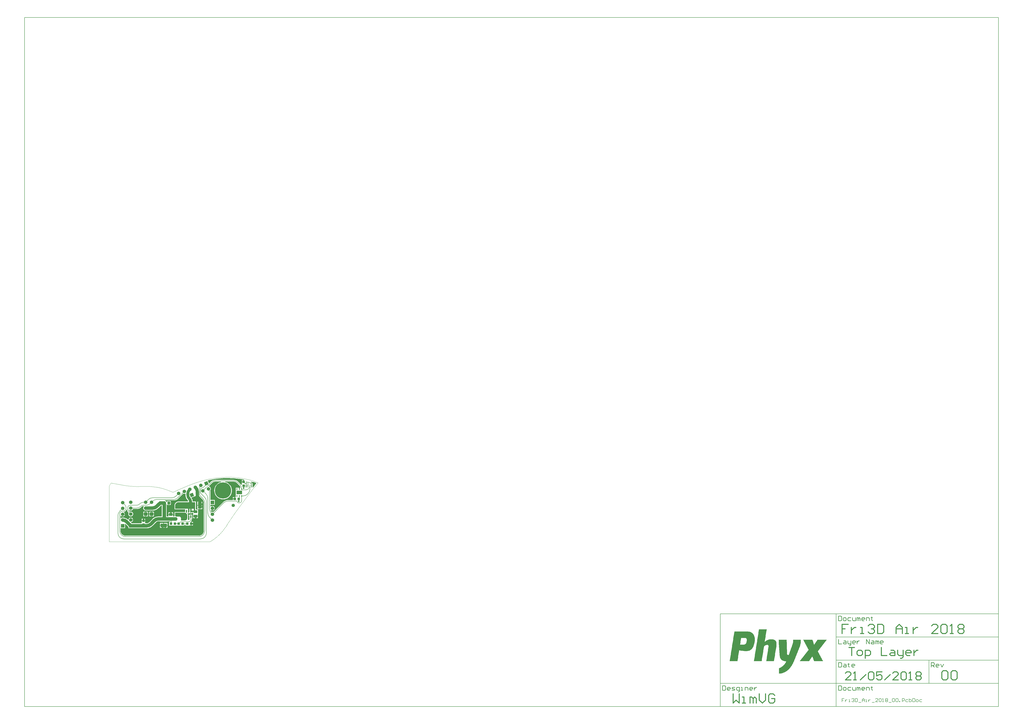
<source format=gtl>
G04*
G04 #@! TF.GenerationSoftware,Altium Limited,Altium Designer,18.1.6 (161)*
G04*
G04 Layer_Physical_Order=1*
G04 Layer_Color=48896*
%FSLAX25Y25*%
%MOIN*%
G70*
G01*
G75*
%ADD10C,0.00984*%
%ADD11C,0.00787*%
%ADD12C,0.00591*%
%ADD13C,0.00394*%
%ADD14C,0.01575*%
%ADD21R,0.14567X0.04331*%
%ADD22R,0.04331X0.03937*%
%ADD23R,0.05906X0.05118*%
%ADD24R,0.06299X0.10630*%
%ADD25R,0.02362X0.04528*%
%ADD26R,0.03937X0.04331*%
%ADD27R,0.09449X0.05906*%
%ADD28R,0.01575X0.02756*%
%ADD29R,0.01968X0.01378*%
%ADD30R,0.04921X0.04803*%
%ADD31R,0.10630X0.06299*%
%ADD49C,0.05906*%
%ADD52C,0.05118*%
%ADD53C,0.05906*%
%ADD54C,0.05512*%
%ADD55C,0.02362*%
%ADD56C,0.02756*%
%ADD57R,0.03937X0.03937*%
G04:AMPARAMS|DCode=58|XSize=39.37mil|YSize=39.37mil|CornerRadius=9.84mil|HoleSize=0mil|Usage=FLASHONLY|Rotation=0.000|XOffset=0mil|YOffset=0mil|HoleType=Round|Shape=RoundedRectangle|*
%AMROUNDEDRECTD58*
21,1,0.03937,0.01968,0,0,0.0*
21,1,0.01968,0.03937,0,0,0.0*
1,1,0.01968,0.00984,-0.00984*
1,1,0.01968,-0.00984,-0.00984*
1,1,0.01968,-0.00984,0.00984*
1,1,0.01968,0.00984,0.00984*
%
%ADD58ROUNDEDRECTD58*%
G04:AMPARAMS|DCode=59|XSize=49.21mil|YSize=49.21mil|CornerRadius=12.3mil|HoleSize=0mil|Usage=FLASHONLY|Rotation=0.000|XOffset=0mil|YOffset=0mil|HoleType=Round|Shape=RoundedRectangle|*
%AMROUNDEDRECTD59*
21,1,0.04921,0.02461,0,0,0.0*
21,1,0.02461,0.04921,0,0,0.0*
1,1,0.02461,0.01230,-0.01230*
1,1,0.02461,-0.01230,-0.01230*
1,1,0.02461,-0.01230,0.01230*
1,1,0.02461,0.01230,0.01230*
%
%ADD59ROUNDEDRECTD59*%
%ADD60R,0.04921X0.04921*%
%ADD61R,0.05906X0.05906*%
%ADD62C,0.05512*%
%ADD63P,0.08352X4X65.0*%
%ADD64C,0.27559*%
%ADD65C,0.02756*%
G36*
X36335Y107980D02*
X40830Y107718D01*
X45316Y107321D01*
X49788Y106789D01*
X54241Y106123D01*
X58044Y105437D01*
X57999Y104937D01*
X57396D01*
Y101771D01*
X56896D01*
Y101271D01*
X53927D01*
Y98850D01*
X53746Y98425D01*
X53746Y98181D01*
Y96188D01*
X53265Y96052D01*
X52857Y96719D01*
X51683Y98092D01*
X51679Y98088D01*
X48088Y101679D01*
X48092Y101683D01*
X46719Y102857D01*
X45179Y103800D01*
X43510Y104492D01*
X41753Y104913D01*
X39952Y105055D01*
Y105049D01*
X8984D01*
Y105055D01*
X7183Y104913D01*
X5426Y104492D01*
X3757Y103800D01*
X2217Y102857D01*
X843Y101683D01*
X848Y101679D01*
X-1438Y99393D01*
X-1926Y99501D01*
X-3558Y103986D01*
X-3318Y104425D01*
X-1601Y104807D01*
X313Y105217D01*
X4173Y105939D01*
X8052Y106558D01*
X11945Y107074D01*
X15851Y107487D01*
X19767Y107796D01*
X23688Y108002D01*
X27615Y108104D01*
X29579Y108103D01*
X29581Y108103D01*
X29583Y108103D01*
X31834Y108107D01*
X36335Y107980D01*
D02*
G37*
G36*
X72735Y101709D02*
X73313Y101504D01*
X73600Y101398D01*
X73603Y101398D01*
X73606Y101396D01*
X78306Y99679D01*
X78439Y99196D01*
X75273Y95307D01*
X75269Y95299D01*
X75261Y95293D01*
X73877Y93550D01*
X73875Y93548D01*
X73873Y93546D01*
X72815Y92203D01*
X72342Y92367D01*
Y96653D01*
Y100394D01*
X72161D01*
Y100583D01*
X70177D01*
Y101583D01*
X72313D01*
X72568Y101766D01*
X72735Y101709D01*
D02*
G37*
G36*
X-41722Y81560D02*
X-41737Y81376D01*
X-41726D01*
Y79891D01*
X-41737D01*
X-41567Y77735D01*
X-41062Y75632D01*
X-40234Y73634D01*
X-39104Y71790D01*
X-37700Y70146D01*
X-37700Y70146D01*
X-37417Y69763D01*
X-37344Y69653D01*
X-37232Y69090D01*
X-37237Y69053D01*
Y68448D01*
X-53425D01*
X-53426Y68448D01*
X-53999Y68448D01*
X-54115Y68425D01*
X-54234D01*
X-55360Y68201D01*
X-55469Y68156D01*
X-55586Y68133D01*
X-56646Y67693D01*
X-56745Y67628D01*
X-56854Y67582D01*
X-57809Y66944D01*
X-57893Y66861D01*
X-57991Y66795D01*
X-58803Y65983D01*
X-58869Y65885D01*
X-58952Y65801D01*
X-59590Y64846D01*
X-59636Y64737D01*
X-59701Y64638D01*
X-60141Y63578D01*
X-60164Y63461D01*
X-60209Y63352D01*
X-60398Y62401D01*
X-60433D01*
Y62228D01*
X-60433Y62226D01*
Y62107D01*
X-60456Y61991D01*
Y56299D01*
X-60433Y56181D01*
Y55708D01*
X-60277D01*
X-60103Y55448D01*
X-59713Y55187D01*
X-59252Y55095D01*
X-42520D01*
Y50990D01*
X-42847Y50598D01*
X-59252D01*
X-59293Y50590D01*
X-60433D01*
Y49512D01*
X-60456Y49394D01*
Y44606D01*
X-60433Y44488D01*
Y43897D01*
X-60433D01*
X-60366Y43593D01*
X-60711Y43145D01*
X-62779D01*
Y45954D01*
X-66732D01*
X-70685D01*
Y43145D01*
X-72244D01*
Y43307D01*
X-73586D01*
Y63503D01*
X-73086Y63655D01*
X-72720Y63107D01*
X-71982Y62614D01*
X-71112Y62441D01*
X-70382D01*
Y65945D01*
Y69449D01*
X-71112D01*
X-71982Y69276D01*
X-72720Y68783D01*
X-73213Y68045D01*
X-73342Y67398D01*
X-73862Y67346D01*
X-74145Y68030D01*
X-74606Y68631D01*
Y69095D01*
X-75070D01*
X-75671Y69556D01*
X-76370Y69845D01*
X-76270Y70345D01*
X-61741D01*
Y70338D01*
X-59940Y70480D01*
X-58184Y70902D01*
X-56515Y71593D01*
X-54975Y72537D01*
X-53601Y73710D01*
X-53606Y73715D01*
X-45514Y81807D01*
X-44561Y81506D01*
X-43474Y81459D01*
X-42411Y81694D01*
X-42139Y81836D01*
X-41722Y81560D01*
D02*
G37*
G36*
X-20080Y78137D02*
X-19038Y77982D01*
X-18453Y77834D01*
X-18107Y77186D01*
X-17230Y76118D01*
X-17227Y76122D01*
X-17227Y76122D01*
X-13171Y72066D01*
X-13115Y72028D01*
X-12099Y70790D01*
X-11312Y69318D01*
X-10827Y67721D01*
X-10670Y66127D01*
X-10683Y66060D01*
Y18858D01*
X-10670Y18791D01*
X-10827Y17197D01*
X-11312Y15600D01*
X-12099Y14128D01*
X-13157Y12837D01*
X-14448Y11779D01*
X-15920Y10992D01*
X-17517Y10507D01*
X-19111Y10350D01*
X-19178Y10364D01*
X-143543D01*
X-143610Y10350D01*
X-145204Y10507D01*
X-146802Y10992D01*
X-148274Y11779D01*
X-149564Y12837D01*
X-150623Y14128D01*
X-151410Y15600D01*
X-151894Y17197D01*
X-152051Y18791D01*
X-152038Y18858D01*
Y23110D01*
X-144380D01*
Y30389D01*
X-143918Y30581D01*
X-138819Y25481D01*
Y23110D01*
X-134956D01*
X-134685Y23075D01*
X-107607D01*
Y23066D01*
X-105389Y23241D01*
X-103226Y23760D01*
X-101170Y24612D01*
X-99273Y25774D01*
X-97582Y27219D01*
X-97587Y27225D01*
X-92058Y32754D01*
X-91714Y33099D01*
X-91346Y33418D01*
X-90838Y33835D01*
X-89827Y34375D01*
X-88731Y34708D01*
X-87651Y34814D01*
X-87591Y34806D01*
X-85236D01*
Y34646D01*
X-72244D01*
Y34806D01*
X-68044D01*
Y33859D01*
X-69684D01*
Y27560D01*
X-63491D01*
X-62991Y27560D01*
Y27560D01*
X-62991D01*
Y27560D01*
X-56299D01*
Y27560D01*
X-50499D01*
X-49999Y27560D01*
Y27560D01*
X-49999D01*
Y27560D01*
X-43306D01*
Y29204D01*
X-42125D01*
Y27560D01*
X-35432D01*
Y27560D01*
X-35251Y27741D01*
X-32586D01*
Y30710D01*
Y33936D01*
X-32659Y34152D01*
X-32584Y34209D01*
X-31811Y35217D01*
X-31325Y36390D01*
X-31159Y37649D01*
X-31172D01*
Y39269D01*
X-30315D01*
Y46159D01*
X-35039D01*
Y45978D01*
X-35917D01*
Y42714D01*
X-36917D01*
Y45978D01*
X-37681D01*
X-37772Y46433D01*
X-37817Y46543D01*
X-37840Y46659D01*
X-38181Y47480D01*
X-38246Y47579D01*
X-38292Y47688D01*
X-38514Y48021D01*
X-38247Y48521D01*
X-30315D01*
Y49557D01*
X-28740D01*
X-28740Y47340D01*
X-28559Y46915D01*
Y44100D01*
X-20653D01*
Y46915D01*
X-20472Y47340D01*
X-20472Y47584D01*
Y54820D01*
X-24166D01*
Y55433D01*
X-24130D01*
Y68425D01*
X-25277D01*
X-25394Y68448D01*
X-29692D01*
Y69053D01*
X-29680D01*
X-29856Y70831D01*
X-30374Y72540D01*
X-31216Y74115D01*
X-31605Y74589D01*
X-31473Y75072D01*
X-25721Y77165D01*
X-25721Y77165D01*
X-25240Y77378D01*
X-24248Y77732D01*
X-23226Y77986D01*
X-22184Y78140D01*
X-21132Y78190D01*
X-20080Y78137D01*
D02*
G37*
G36*
X41614Y101894D02*
X43211Y101410D01*
X44683Y100623D01*
X45921Y99607D01*
X45959Y99550D01*
X49550Y95959D01*
X49607Y95921D01*
X50623Y94683D01*
X51410Y93211D01*
X51734Y92143D01*
X51619Y91988D01*
X51350Y91748D01*
X50106D01*
Y89370D01*
X49106D01*
Y91748D01*
X48063D01*
X47638Y91929D01*
Y91929D01*
X47638Y91929D01*
X43701D01*
Y86811D01*
Y79528D01*
Y75804D01*
X42429D01*
Y72835D01*
X41929D01*
Y72335D01*
X38764D01*
Y70797D01*
X30441D01*
Y70803D01*
X28640Y70661D01*
X26884Y70240D01*
X25215Y69548D01*
X23675Y68605D01*
X22301Y67431D01*
X22306Y67427D01*
X5596Y50717D01*
X5016Y50957D01*
X3937Y51099D01*
X2858Y50957D01*
X2357Y50749D01*
X1936Y51262D01*
X1149Y52734D01*
X864Y53675D01*
X1296Y53974D01*
X1944Y53476D01*
X2905Y53078D01*
X3437Y53008D01*
Y56929D01*
Y60850D01*
X2905Y60780D01*
X1944Y60382D01*
X1118Y59748D01*
X994Y59588D01*
X521Y59748D01*
Y62795D01*
X8071D01*
Y71063D01*
X521D01*
Y85443D01*
X530D01*
X380Y86967D01*
X317Y87172D01*
X365Y87216D01*
X950Y88134D01*
X1277Y89172D01*
X1325Y90260D01*
X1089Y91322D01*
X586Y92288D01*
X-149Y93090D01*
X-1067Y93675D01*
X-1922Y93945D01*
X-2107Y94466D01*
X2977Y99550D01*
X3015Y99607D01*
X4253Y100623D01*
X5725Y101410D01*
X7322Y101894D01*
X8917Y102051D01*
X8984Y102038D01*
X18459D01*
X18519Y101538D01*
X17470Y101286D01*
X15294Y100385D01*
X13286Y99155D01*
X11496Y97625D01*
X9966Y95835D01*
X8736Y93827D01*
X7835Y91651D01*
X7285Y89361D01*
X7100Y87014D01*
X7285Y84666D01*
X7835Y82376D01*
X8736Y80201D01*
X9966Y78193D01*
X11496Y76402D01*
X13286Y74873D01*
X15294Y73643D01*
X17470Y72741D01*
X19759Y72192D01*
X22107Y72007D01*
X24455Y72192D01*
X26744Y72741D01*
X28920Y73643D01*
X30928Y74873D01*
X32719Y76402D01*
X34248Y78193D01*
X35478Y80201D01*
X36379Y82376D01*
X36929Y84666D01*
X37114Y87014D01*
X36929Y89361D01*
X36379Y91651D01*
X35478Y93827D01*
X34248Y95835D01*
X32719Y97625D01*
X30928Y99155D01*
X28920Y100385D01*
X26744Y101286D01*
X25695Y101538D01*
X25755Y102038D01*
X39952D01*
X40019Y102051D01*
X41614Y101894D01*
D02*
G37*
G36*
X-25394Y56299D02*
X-59252D01*
Y61417D01*
Y61991D01*
X-59028Y63117D01*
X-58589Y64177D01*
X-57951Y65132D01*
X-57140Y65943D01*
X-56185Y66581D01*
X-55125Y67020D01*
X-53999Y67244D01*
X-53425Y67244D01*
X-53425Y67244D01*
X-25394D01*
Y56299D01*
D02*
G37*
G36*
X-81925Y43307D02*
X-85236D01*
Y43145D01*
X-87591D01*
Y43153D01*
X-89809Y42979D01*
X-91972Y42459D01*
X-94027Y41608D01*
X-95924Y40446D01*
X-97616Y39001D01*
X-97616Y39001D01*
X-97964Y38642D01*
X-103484Y33121D01*
X-103521Y33073D01*
X-104360Y32385D01*
X-105370Y31845D01*
X-106467Y31512D01*
X-107547Y31406D01*
X-107607Y31414D01*
X-109686D01*
X-110039Y31767D01*
X-110039Y32480D01*
X-110220Y32905D01*
Y35326D01*
X-113189D01*
X-116157D01*
Y32905D01*
X-116338Y32480D01*
X-116338Y32236D01*
Y31414D01*
X-132958D01*
X-134342Y32798D01*
X-134163Y33326D01*
X-133653Y33393D01*
X-132692Y33791D01*
X-131866Y34425D01*
X-131232Y35251D01*
X-130834Y36212D01*
X-130764Y36744D01*
X-134685D01*
Y37244D01*
X-135185D01*
Y41165D01*
X-135717Y41095D01*
X-136679Y40697D01*
X-137504Y40063D01*
X-138138Y39237D01*
X-138536Y38276D01*
X-138605Y37754D01*
X-139136Y37550D01*
X-140423Y38650D01*
X-142254Y39772D01*
X-144237Y40593D01*
X-146324Y41094D01*
X-148465Y41263D01*
X-148465Y41263D01*
X-148514Y41256D01*
X-148832Y41214D01*
X-148939Y41200D01*
X-148959Y41198D01*
X-149593Y41114D01*
X-150599Y40698D01*
X-151462Y40035D01*
X-151565Y39902D01*
X-152038Y40063D01*
Y44207D01*
X-151538Y44377D01*
X-151333Y44110D01*
X-150508Y43476D01*
X-149546Y43078D01*
X-149014Y43008D01*
Y46929D01*
X-148514D01*
Y47429D01*
X-144593D01*
X-144663Y47961D01*
X-145062Y48923D01*
X-145695Y49748D01*
X-146407Y50295D01*
X-146413Y50330D01*
X-146366Y50714D01*
X-146313Y50828D01*
X-145389Y51108D01*
X-144373Y51651D01*
X-143491Y52375D01*
X-143484Y52379D01*
X-143484Y52380D01*
X-143483Y52381D01*
X-143482Y52382D01*
X-142991Y52873D01*
X-142991Y52872D01*
X-142235Y53793D01*
X-141710Y54774D01*
X-141494Y54797D01*
X-141189Y54717D01*
X-141155Y54542D01*
X-141077Y54426D01*
X-140712Y52908D01*
X-140021Y51239D01*
X-139077Y49698D01*
X-138448Y48962D01*
X-138713Y48323D01*
X-138855Y47244D01*
X-138713Y46165D01*
X-138296Y45159D01*
X-137633Y44296D01*
X-136770Y43633D01*
X-135764Y43217D01*
X-134685Y43075D01*
X-133606Y43217D01*
X-132600Y43633D01*
X-131737Y44296D01*
X-131074Y45159D01*
X-130658Y46165D01*
X-130516Y47244D01*
X-130658Y48323D01*
X-131074Y49329D01*
X-131737Y50192D01*
X-132600Y50855D01*
X-133606Y51272D01*
X-134685Y51414D01*
X-135764Y51272D01*
X-136286Y51055D01*
X-136843Y51735D01*
X-137630Y53207D01*
X-137811Y53802D01*
X-137379Y54101D01*
X-136770Y53633D01*
X-135764Y53217D01*
X-134685Y53075D01*
X-133606Y53217D01*
X-132600Y53633D01*
X-131737Y54296D01*
X-131074Y55159D01*
X-130834Y55739D01*
X-124744D01*
Y55732D01*
X-122943Y55874D01*
X-121187Y56296D01*
X-119518Y56987D01*
X-117977Y57931D01*
X-116604Y59104D01*
X-116604Y59104D01*
X-116235Y59420D01*
X-115633Y59882D01*
X-114480Y60360D01*
X-113303Y60514D01*
X-113243Y60503D01*
X-112764D01*
X-112521Y60003D01*
X-113037Y59331D01*
X-113453Y58325D01*
X-113595Y57246D01*
X-113453Y56167D01*
X-113037Y55161D01*
X-112374Y54298D01*
X-111510Y53635D01*
X-110505Y53219D01*
X-109426Y53076D01*
X-97684D01*
Y53068D01*
X-95466Y53243D01*
X-93303Y53762D01*
X-91247Y54614D01*
X-89350Y55776D01*
X-87659Y57221D01*
X-87664Y57227D01*
X-83115Y61775D01*
X-81925D01*
Y43307D01*
D02*
G37*
G36*
X-41975Y49220D02*
X-41154Y48880D01*
X-40415Y48387D01*
X-39787Y47758D01*
X-39293Y47019D01*
X-38953Y46198D01*
X-38780Y45326D01*
Y44882D01*
Y40157D01*
Y39770D01*
X-38931Y39009D01*
X-39228Y38293D01*
X-39658Y37648D01*
X-40207Y37099D01*
X-40852Y36669D01*
X-41568Y36372D01*
X-42329Y36220D01*
X-49409D01*
Y40157D01*
X-49459Y40656D01*
X-49840Y41578D01*
X-50546Y42283D01*
X-51467Y42665D01*
X-51966Y42714D01*
X-57360D01*
X-58228Y43073D01*
X-58892Y43738D01*
X-59252Y44606D01*
Y45076D01*
Y49394D01*
X-42847D01*
X-41975Y49220D01*
D02*
G37*
G36*
X1047062Y-166394D02*
X1046775D01*
Y-166681D01*
X1046489D01*
Y-166967D01*
Y-167253D01*
X1046203D01*
Y-167539D01*
X1045916D01*
Y-167826D01*
X1045630D01*
Y-168112D01*
Y-168398D01*
X1045344D01*
Y-168685D01*
X1045057D01*
Y-168971D01*
X1044771D01*
Y-169257D01*
X1044485D01*
Y-169544D01*
Y-169830D01*
X1044198D01*
Y-170116D01*
X1043912D01*
Y-170403D01*
X1043626D01*
Y-170689D01*
Y-170975D01*
X1043340D01*
Y-171262D01*
X1043053D01*
Y-171548D01*
X1042767D01*
Y-171834D01*
X1042480D01*
Y-172120D01*
Y-172407D01*
X1042194D01*
Y-172693D01*
X1041908D01*
Y-172979D01*
X1041622D01*
Y-173266D01*
Y-173552D01*
X1041335D01*
Y-173838D01*
X1041049D01*
Y-174125D01*
X1040763D01*
Y-174411D01*
Y-174697D01*
X1040476D01*
Y-174984D01*
X1040190D01*
Y-175270D01*
X1039904D01*
Y-175556D01*
X1039617D01*
Y-175842D01*
Y-176129D01*
X1039331D01*
Y-176415D01*
X1039045D01*
Y-176701D01*
X1038758D01*
Y-176988D01*
Y-177274D01*
X1038472D01*
Y-177560D01*
X1038186D01*
Y-177847D01*
X1037899D01*
Y-178133D01*
Y-178419D01*
X1037613D01*
Y-178706D01*
X1037327D01*
Y-178992D01*
X1037041D01*
Y-179278D01*
X1036754D01*
Y-179565D01*
Y-179851D01*
X1036468D01*
Y-180137D01*
X1036182D01*
Y-180423D01*
X1035895D01*
Y-180710D01*
Y-180996D01*
X1035609D01*
Y-181282D01*
X1035323D01*
Y-181569D01*
X1035036D01*
Y-181855D01*
Y-182141D01*
X1034750D01*
Y-182428D01*
X1034464D01*
Y-182714D01*
X1034177D01*
Y-183000D01*
X1033891D01*
Y-183287D01*
Y-183573D01*
X1033605D01*
Y-183859D01*
X1033319D01*
Y-184146D01*
X1033032D01*
Y-184432D01*
Y-184718D01*
X1032746D01*
Y-185004D01*
X1032460D01*
Y-185291D01*
X1032173D01*
Y-185577D01*
X1031887D01*
Y-185863D01*
Y-186150D01*
X1032173D01*
Y-186436D01*
Y-186722D01*
X1032460D01*
Y-187009D01*
Y-187295D01*
X1032746D01*
Y-187581D01*
X1033032D01*
Y-187868D01*
Y-188154D01*
X1033319D01*
Y-188440D01*
Y-188727D01*
X1033605D01*
Y-189013D01*
Y-189299D01*
X1033891D01*
Y-189585D01*
Y-189872D01*
X1034177D01*
Y-190158D01*
Y-190444D01*
X1034464D01*
Y-190731D01*
Y-191017D01*
X1034750D01*
Y-191303D01*
Y-191590D01*
X1035036D01*
Y-191876D01*
Y-192162D01*
X1035323D01*
Y-192449D01*
X1035609D01*
Y-192735D01*
Y-193021D01*
X1035895D01*
Y-193308D01*
Y-193594D01*
X1036182D01*
Y-193880D01*
Y-194167D01*
X1036468D01*
Y-194453D01*
Y-194739D01*
X1036754D01*
Y-195025D01*
Y-195312D01*
X1037041D01*
Y-195598D01*
Y-195884D01*
X1037327D01*
Y-196171D01*
Y-196457D01*
X1037613D01*
Y-196743D01*
X1037899D01*
Y-197030D01*
Y-197316D01*
X1038186D01*
Y-197602D01*
Y-197889D01*
X1038472D01*
Y-198175D01*
Y-198461D01*
X1038758D01*
Y-198748D01*
Y-199034D01*
X1039045D01*
Y-199320D01*
Y-199606D01*
X1039331D01*
Y-199893D01*
Y-200179D01*
X1039617D01*
Y-200465D01*
Y-200752D01*
X1039904D01*
Y-201038D01*
X1040190D01*
Y-201324D01*
Y-201611D01*
X1040476D01*
Y-201897D01*
Y-202183D01*
X1040763D01*
Y-202470D01*
X1025588D01*
Y-202183D01*
X1025302D01*
Y-201897D01*
Y-201611D01*
Y-201324D01*
X1025016D01*
Y-201038D01*
Y-200752D01*
Y-200465D01*
X1024729D01*
Y-200179D01*
Y-199893D01*
X1024443D01*
Y-199606D01*
Y-199320D01*
Y-199034D01*
X1024156D01*
Y-198748D01*
Y-198461D01*
Y-198175D01*
X1023870D01*
Y-197889D01*
Y-197602D01*
X1023584D01*
Y-197316D01*
Y-197030D01*
Y-196743D01*
X1023298D01*
Y-196457D01*
Y-196171D01*
Y-195884D01*
X1023011D01*
Y-195598D01*
Y-195312D01*
Y-195025D01*
X1022725D01*
Y-194739D01*
X1022152D01*
Y-195025D01*
Y-195312D01*
X1021866D01*
Y-195598D01*
X1021580D01*
Y-195884D01*
Y-196171D01*
X1021293D01*
Y-196457D01*
X1021007D01*
Y-196743D01*
Y-197030D01*
X1020721D01*
Y-197316D01*
X1020434D01*
Y-197602D01*
Y-197889D01*
X1020148D01*
Y-198175D01*
X1019862D01*
Y-198461D01*
X1019576D01*
Y-198748D01*
Y-199034D01*
X1019289D01*
Y-199320D01*
X1019003D01*
Y-199606D01*
Y-199893D01*
X1018717D01*
Y-200179D01*
X1018430D01*
Y-200465D01*
Y-200752D01*
X1018144D01*
Y-201038D01*
X1017858D01*
Y-201324D01*
Y-201611D01*
X1017571D01*
Y-201897D01*
X1017285D01*
Y-202183D01*
Y-202470D01*
X1001252D01*
Y-202183D01*
X1001538D01*
Y-201897D01*
X1001824D01*
Y-201611D01*
X1002110D01*
Y-201324D01*
X1002397D01*
Y-201038D01*
Y-200752D01*
X1002683D01*
Y-200465D01*
X1002969D01*
Y-200179D01*
X1003256D01*
Y-199893D01*
X1003542D01*
Y-199606D01*
Y-199320D01*
X1003828D01*
Y-199034D01*
X1004115D01*
Y-198748D01*
X1004401D01*
Y-198461D01*
Y-198175D01*
X1004687D01*
Y-197889D01*
X1004974D01*
Y-197602D01*
X1005260D01*
Y-197316D01*
X1005546D01*
Y-197030D01*
Y-196743D01*
X1005832D01*
Y-196457D01*
X1006119D01*
Y-196171D01*
X1006405D01*
Y-195884D01*
X1006691D01*
Y-195598D01*
Y-195312D01*
X1006978D01*
Y-195025D01*
X1007264D01*
Y-194739D01*
X1007550D01*
Y-194453D01*
Y-194167D01*
X1007837D01*
Y-193880D01*
X1008123D01*
Y-193594D01*
X1008409D01*
Y-193308D01*
X1008696D01*
Y-193021D01*
Y-192735D01*
X1008982D01*
Y-192449D01*
X1009268D01*
Y-192162D01*
X1009555D01*
Y-191876D01*
Y-191590D01*
X1009841D01*
Y-191303D01*
X1010127D01*
Y-191017D01*
X1010413D01*
Y-190731D01*
X1010700D01*
Y-190444D01*
Y-190158D01*
X1010986D01*
Y-189872D01*
X1011272D01*
Y-189585D01*
X1011559D01*
Y-189299D01*
Y-189013D01*
X1011845D01*
Y-188727D01*
X1012131D01*
Y-188440D01*
X1012418D01*
Y-188154D01*
X1012704D01*
Y-187868D01*
Y-187581D01*
X1012990D01*
Y-187295D01*
X1013277D01*
Y-187009D01*
X1013563D01*
Y-186722D01*
X1013849D01*
Y-186436D01*
Y-186150D01*
X1014136D01*
Y-185863D01*
X1014422D01*
Y-185577D01*
X1014708D01*
Y-185291D01*
Y-185004D01*
X1014995D01*
Y-184718D01*
X1015281D01*
Y-184432D01*
X1015567D01*
Y-184146D01*
X1015853D01*
Y-183859D01*
Y-183573D01*
X1016140D01*
Y-183287D01*
Y-183000D01*
Y-182714D01*
X1015853D01*
Y-182428D01*
X1015567D01*
Y-182141D01*
Y-181855D01*
X1015281D01*
Y-181569D01*
Y-181282D01*
X1014995D01*
Y-180996D01*
Y-180710D01*
X1014708D01*
Y-180423D01*
Y-180137D01*
X1014422D01*
Y-179851D01*
Y-179565D01*
X1014136D01*
Y-179278D01*
Y-178992D01*
X1013849D01*
Y-178706D01*
X1013563D01*
Y-178419D01*
Y-178133D01*
X1013277D01*
Y-177847D01*
Y-177560D01*
X1012990D01*
Y-177274D01*
Y-176988D01*
X1012704D01*
Y-176701D01*
Y-176415D01*
X1012418D01*
Y-176129D01*
Y-175842D01*
X1012131D01*
Y-175556D01*
Y-175270D01*
X1011845D01*
Y-174984D01*
X1011559D01*
Y-174697D01*
Y-174411D01*
X1011272D01*
Y-174125D01*
Y-173838D01*
X1010986D01*
Y-173552D01*
Y-173266D01*
X1010700D01*
Y-172979D01*
Y-172693D01*
X1010413D01*
Y-172407D01*
Y-172120D01*
X1010127D01*
Y-171834D01*
Y-171548D01*
X1009841D01*
Y-171262D01*
Y-170975D01*
X1009555D01*
Y-170689D01*
X1009268D01*
Y-170403D01*
Y-170116D01*
X1008982D01*
Y-169830D01*
Y-169544D01*
X1008696D01*
Y-169257D01*
Y-168971D01*
X1008409D01*
Y-168685D01*
Y-168398D01*
X1008123D01*
Y-168112D01*
Y-167826D01*
X1007837D01*
Y-167539D01*
Y-167253D01*
X1007550D01*
Y-166967D01*
X1007264D01*
Y-166681D01*
Y-166394D01*
X1006978D01*
Y-166108D01*
X1022725D01*
Y-166394D01*
X1023011D01*
Y-166681D01*
Y-166967D01*
Y-167253D01*
X1023298D01*
Y-167539D01*
Y-167826D01*
Y-168112D01*
X1023584D01*
Y-168398D01*
Y-168685D01*
Y-168971D01*
X1023870D01*
Y-169257D01*
Y-169544D01*
Y-169830D01*
X1024156D01*
Y-170116D01*
Y-170403D01*
Y-170689D01*
X1024443D01*
Y-170975D01*
Y-171262D01*
Y-171548D01*
X1024729D01*
Y-171834D01*
Y-172120D01*
Y-172407D01*
X1025016D01*
Y-172693D01*
Y-172979D01*
Y-173266D01*
X1025302D01*
Y-173552D01*
Y-173838D01*
Y-174125D01*
Y-174411D01*
X1025874D01*
Y-174125D01*
X1026161D01*
Y-173838D01*
X1026447D01*
Y-173552D01*
Y-173266D01*
X1026733D01*
Y-172979D01*
X1027020D01*
Y-172693D01*
Y-172407D01*
X1027306D01*
Y-172120D01*
X1027592D01*
Y-171834D01*
Y-171548D01*
X1027879D01*
Y-171262D01*
X1028165D01*
Y-170975D01*
Y-170689D01*
X1028451D01*
Y-170403D01*
X1028738D01*
Y-170116D01*
Y-169830D01*
X1029024D01*
Y-169544D01*
X1029310D01*
Y-169257D01*
Y-168971D01*
X1029597D01*
Y-168685D01*
X1029883D01*
Y-168398D01*
Y-168112D01*
X1030169D01*
Y-167826D01*
X1030455D01*
Y-167539D01*
Y-167253D01*
X1030742D01*
Y-166967D01*
X1031028D01*
Y-166681D01*
Y-166394D01*
X1031314D01*
Y-166108D01*
X1047062D01*
Y-166394D01*
D02*
G37*
G36*
X913926Y-152365D02*
X915644D01*
Y-152651D01*
X916503D01*
Y-152937D01*
X917362D01*
Y-153224D01*
X918221D01*
Y-153510D01*
X918793D01*
Y-153796D01*
X919080D01*
Y-154083D01*
X919652D01*
Y-154369D01*
X919939D01*
Y-154655D01*
X920511D01*
Y-154942D01*
X920798D01*
Y-155228D01*
X921084D01*
Y-155514D01*
X921370D01*
Y-155801D01*
X921657D01*
Y-156087D01*
X921943D01*
Y-156373D01*
X922229D01*
Y-156659D01*
Y-156946D01*
X922515D01*
Y-157232D01*
X922802D01*
Y-157518D01*
Y-157805D01*
X923088D01*
Y-158091D01*
X923374D01*
Y-158377D01*
Y-158664D01*
X923661D01*
Y-158950D01*
Y-159236D01*
Y-159523D01*
X923947D01*
Y-159809D01*
Y-160095D01*
Y-160382D01*
X924233D01*
Y-160668D01*
Y-160954D01*
Y-161240D01*
Y-161527D01*
X924520D01*
Y-161813D01*
Y-162100D01*
Y-162386D01*
Y-162672D01*
Y-162958D01*
X924806D01*
Y-163245D01*
Y-163531D01*
Y-163817D01*
Y-164104D01*
Y-164390D01*
Y-164676D01*
Y-164963D01*
Y-165249D01*
Y-165535D01*
Y-165822D01*
Y-166108D01*
Y-166394D01*
Y-166681D01*
Y-166967D01*
Y-167253D01*
Y-167539D01*
Y-167826D01*
Y-168112D01*
Y-168398D01*
Y-168685D01*
X924520D01*
Y-168971D01*
Y-169257D01*
Y-169544D01*
Y-169830D01*
Y-170116D01*
Y-170403D01*
Y-170689D01*
X924233D01*
Y-170975D01*
Y-171262D01*
Y-171548D01*
Y-171834D01*
Y-172120D01*
X923947D01*
Y-172407D01*
Y-172693D01*
Y-172979D01*
Y-173266D01*
Y-173552D01*
X923661D01*
Y-173838D01*
Y-174125D01*
Y-174411D01*
X923374D01*
Y-174697D01*
Y-174984D01*
Y-175270D01*
Y-175556D01*
X923088D01*
Y-175842D01*
Y-176129D01*
Y-176415D01*
X922802D01*
Y-176701D01*
Y-176988D01*
X922515D01*
Y-177274D01*
Y-177560D01*
Y-177847D01*
X922229D01*
Y-178133D01*
Y-178419D01*
X921943D01*
Y-178706D01*
Y-178992D01*
X921657D01*
Y-179278D01*
Y-179565D01*
X921370D01*
Y-179851D01*
X921084D01*
Y-180137D01*
Y-180423D01*
X920798D01*
Y-180710D01*
X920511D01*
Y-180996D01*
X920225D01*
Y-181282D01*
Y-181569D01*
X919939D01*
Y-181855D01*
X919652D01*
Y-182141D01*
X919366D01*
Y-182428D01*
X919080D01*
Y-182714D01*
X918793D01*
Y-183000D01*
X918221D01*
Y-183287D01*
X917934D01*
Y-183573D01*
X917362D01*
Y-183859D01*
X917076D01*
Y-184146D01*
X916503D01*
Y-184432D01*
X915644D01*
Y-184718D01*
X914785D01*
Y-185004D01*
X913926D01*
Y-185291D01*
X912208D01*
Y-185577D01*
X907055D01*
Y-185291D01*
X904478D01*
Y-185004D01*
X902474D01*
Y-184718D01*
X901042D01*
Y-184432D01*
X899610D01*
Y-184146D01*
X898179D01*
Y-184432D01*
Y-184718D01*
Y-185004D01*
Y-185291D01*
Y-185577D01*
Y-185863D01*
Y-186150D01*
X897892D01*
Y-186436D01*
Y-186722D01*
Y-187009D01*
Y-187295D01*
Y-187581D01*
Y-187868D01*
X897606D01*
Y-188154D01*
Y-188440D01*
Y-188727D01*
Y-189013D01*
Y-189299D01*
Y-189585D01*
X897320D01*
Y-189872D01*
Y-190158D01*
Y-190444D01*
Y-190731D01*
Y-191017D01*
Y-191303D01*
Y-191590D01*
X897034D01*
Y-191876D01*
Y-192162D01*
Y-192449D01*
Y-192735D01*
Y-193021D01*
Y-193308D01*
X896747D01*
Y-193594D01*
Y-193880D01*
Y-194167D01*
Y-194453D01*
Y-194739D01*
Y-195025D01*
X896461D01*
Y-195312D01*
Y-195598D01*
Y-195884D01*
Y-196171D01*
Y-196457D01*
Y-196743D01*
Y-197030D01*
X896175D01*
Y-197316D01*
Y-197602D01*
Y-197889D01*
Y-198175D01*
Y-198461D01*
Y-198748D01*
X895888D01*
Y-199034D01*
Y-199320D01*
Y-199606D01*
Y-199893D01*
Y-200179D01*
Y-200465D01*
X895602D01*
Y-200752D01*
Y-201038D01*
Y-201324D01*
Y-201611D01*
Y-201897D01*
Y-202183D01*
Y-202470D01*
X882145D01*
Y-202183D01*
X882432D01*
Y-201897D01*
Y-201611D01*
Y-201324D01*
Y-201038D01*
Y-200752D01*
X882718D01*
Y-200465D01*
Y-200179D01*
Y-199893D01*
Y-199606D01*
Y-199320D01*
Y-199034D01*
Y-198748D01*
X883004D01*
Y-198461D01*
Y-198175D01*
Y-197889D01*
Y-197602D01*
Y-197316D01*
Y-197030D01*
X883291D01*
Y-196743D01*
Y-196457D01*
Y-196171D01*
Y-195884D01*
Y-195598D01*
Y-195312D01*
X883577D01*
Y-195025D01*
Y-194739D01*
Y-194453D01*
Y-194167D01*
Y-193880D01*
Y-193594D01*
Y-193308D01*
X883863D01*
Y-193021D01*
Y-192735D01*
Y-192449D01*
Y-192162D01*
Y-191876D01*
Y-191590D01*
X884149D01*
Y-191303D01*
Y-191017D01*
Y-190731D01*
Y-190444D01*
Y-190158D01*
Y-189872D01*
X884436D01*
Y-189585D01*
Y-189299D01*
Y-189013D01*
Y-188727D01*
Y-188440D01*
Y-188154D01*
X884722D01*
Y-187868D01*
Y-187581D01*
Y-187295D01*
Y-187009D01*
Y-186722D01*
Y-186436D01*
Y-186150D01*
X885009D01*
Y-185863D01*
Y-185577D01*
Y-185291D01*
Y-185004D01*
Y-184718D01*
Y-184432D01*
X885295D01*
Y-184146D01*
Y-183859D01*
Y-183573D01*
Y-183287D01*
Y-183000D01*
Y-182714D01*
X885581D01*
Y-182428D01*
Y-182141D01*
Y-181855D01*
Y-181569D01*
Y-181282D01*
Y-180996D01*
X885867D01*
Y-180710D01*
Y-180423D01*
Y-180137D01*
Y-179851D01*
Y-179565D01*
Y-179278D01*
Y-178992D01*
X886154D01*
Y-178706D01*
Y-178419D01*
Y-178133D01*
Y-177847D01*
Y-177560D01*
Y-177274D01*
X886440D01*
Y-176988D01*
Y-176701D01*
Y-176415D01*
Y-176129D01*
Y-175842D01*
Y-175556D01*
X886726D01*
Y-175270D01*
Y-174984D01*
Y-174697D01*
Y-174411D01*
Y-174125D01*
Y-173838D01*
Y-173552D01*
X887013D01*
Y-173266D01*
Y-172979D01*
Y-172693D01*
Y-172407D01*
Y-172120D01*
Y-171834D01*
X887299D01*
Y-171548D01*
Y-171262D01*
Y-170975D01*
Y-170689D01*
Y-170403D01*
Y-170116D01*
X887585D01*
Y-169830D01*
Y-169544D01*
Y-169257D01*
Y-168971D01*
Y-168685D01*
Y-168398D01*
X887872D01*
Y-168112D01*
Y-167826D01*
Y-167539D01*
Y-167253D01*
Y-166967D01*
Y-166681D01*
Y-166394D01*
X888158D01*
Y-166108D01*
Y-165822D01*
Y-165535D01*
Y-165249D01*
Y-164963D01*
Y-164676D01*
X888444D01*
Y-164390D01*
Y-164104D01*
Y-163817D01*
Y-163531D01*
Y-163245D01*
Y-162958D01*
X888731D01*
Y-162672D01*
Y-162386D01*
Y-162100D01*
Y-161813D01*
Y-161527D01*
Y-161240D01*
Y-160954D01*
X889017D01*
Y-160668D01*
Y-160382D01*
Y-160095D01*
Y-159809D01*
Y-159523D01*
Y-159236D01*
X889303D01*
Y-158950D01*
Y-158664D01*
Y-158377D01*
Y-158091D01*
Y-157805D01*
Y-157518D01*
X889590D01*
Y-157232D01*
Y-156946D01*
Y-156659D01*
Y-156373D01*
Y-156087D01*
Y-155801D01*
Y-155514D01*
X889876D01*
Y-155228D01*
Y-154942D01*
Y-154655D01*
Y-154369D01*
Y-154083D01*
Y-153796D01*
X890162D01*
Y-153510D01*
Y-153224D01*
Y-152937D01*
Y-152651D01*
Y-152365D01*
Y-152078D01*
X913926D01*
Y-152365D01*
D02*
G37*
G36*
X1002969Y-166394D02*
Y-166681D01*
Y-166967D01*
Y-167253D01*
Y-167539D01*
Y-167826D01*
Y-168112D01*
Y-168398D01*
Y-168685D01*
Y-168971D01*
Y-169257D01*
Y-169544D01*
Y-169830D01*
Y-170116D01*
Y-170403D01*
Y-170689D01*
Y-170975D01*
Y-171262D01*
Y-171548D01*
Y-171834D01*
Y-172120D01*
X1002683D01*
Y-172407D01*
Y-172693D01*
Y-172979D01*
Y-173266D01*
Y-173552D01*
X1002397D01*
Y-173838D01*
Y-174125D01*
Y-174411D01*
Y-174697D01*
X1002110D01*
Y-174984D01*
Y-175270D01*
Y-175556D01*
Y-175842D01*
X1001824D01*
Y-176129D01*
Y-176415D01*
Y-176701D01*
X1001538D01*
Y-176988D01*
Y-177274D01*
Y-177560D01*
X1001252D01*
Y-177847D01*
Y-178133D01*
Y-178419D01*
X1000965D01*
Y-178706D01*
Y-178992D01*
Y-179278D01*
X1000679D01*
Y-179565D01*
Y-179851D01*
X1000393D01*
Y-180137D01*
Y-180423D01*
X1000106D01*
Y-180710D01*
Y-180996D01*
Y-181282D01*
X999820D01*
Y-181569D01*
Y-181855D01*
X999534D01*
Y-182141D01*
Y-182428D01*
Y-182714D01*
X999247D01*
Y-183000D01*
Y-183287D01*
X998961D01*
Y-183573D01*
Y-183859D01*
Y-184146D01*
X998675D01*
Y-184432D01*
Y-184718D01*
X998388D01*
Y-185004D01*
Y-185291D01*
Y-185577D01*
X998102D01*
Y-185863D01*
Y-186150D01*
X997816D01*
Y-186436D01*
Y-186722D01*
Y-187009D01*
X997529D01*
Y-187295D01*
Y-187581D01*
X997243D01*
Y-187868D01*
Y-188154D01*
Y-188440D01*
X996957D01*
Y-188727D01*
Y-189013D01*
X996671D01*
Y-189299D01*
Y-189585D01*
Y-189872D01*
X996384D01*
Y-190158D01*
Y-190444D01*
X996098D01*
Y-190731D01*
Y-191017D01*
Y-191303D01*
X995811D01*
Y-191590D01*
Y-191876D01*
X995525D01*
Y-192162D01*
Y-192449D01*
Y-192735D01*
X995239D01*
Y-193021D01*
Y-193308D01*
X994953D01*
Y-193594D01*
Y-193880D01*
Y-194167D01*
X994666D01*
Y-194453D01*
Y-194739D01*
X994380D01*
Y-195025D01*
Y-195312D01*
Y-195598D01*
X994094D01*
Y-195884D01*
Y-196171D01*
X993807D01*
Y-196457D01*
Y-196743D01*
Y-197030D01*
X993521D01*
Y-197316D01*
Y-197602D01*
X993235D01*
Y-197889D01*
Y-198175D01*
Y-198461D01*
X992948D01*
Y-198748D01*
Y-199034D01*
X992662D01*
Y-199320D01*
Y-199606D01*
Y-199893D01*
X992376D01*
Y-200179D01*
Y-200465D01*
X992089D01*
Y-200752D01*
Y-201038D01*
Y-201324D01*
X991803D01*
Y-201611D01*
Y-201897D01*
X991517D01*
Y-202183D01*
Y-202470D01*
Y-202756D01*
X991230D01*
Y-203042D01*
Y-203328D01*
X990944D01*
Y-203615D01*
Y-203901D01*
X990658D01*
Y-204187D01*
Y-204474D01*
X990372D01*
Y-204760D01*
Y-205046D01*
Y-205333D01*
X990085D01*
Y-205619D01*
X989799D01*
Y-205905D01*
Y-206192D01*
Y-206478D01*
X989513D01*
Y-206764D01*
X989226D01*
Y-207051D01*
Y-207337D01*
X988940D01*
Y-207623D01*
Y-207909D01*
X988654D01*
Y-208196D01*
Y-208482D01*
X988367D01*
Y-208769D01*
Y-209055D01*
X988081D01*
Y-209341D01*
X987795D01*
Y-209627D01*
Y-209914D01*
X987508D01*
Y-210200D01*
Y-210486D01*
X987222D01*
Y-210773D01*
X986936D01*
Y-211059D01*
X986650D01*
Y-211345D01*
Y-211632D01*
X986363D01*
Y-211918D01*
X986077D01*
Y-212204D01*
Y-212491D01*
X985791D01*
Y-212777D01*
X985504D01*
Y-213063D01*
X985218D01*
Y-213350D01*
Y-213636D01*
X984932D01*
Y-213922D01*
X984645D01*
Y-214208D01*
X984359D01*
Y-214495D01*
X984073D01*
Y-214781D01*
X983786D01*
Y-215067D01*
Y-215354D01*
X983500D01*
Y-215640D01*
X983214D01*
Y-215926D01*
X982928D01*
Y-216213D01*
X982641D01*
Y-216499D01*
X982355D01*
Y-216785D01*
X982069D01*
Y-217072D01*
X981782D01*
Y-217358D01*
X981210D01*
Y-217644D01*
X980923D01*
Y-217931D01*
X980637D01*
Y-218217D01*
X980351D01*
Y-218503D01*
X980064D01*
Y-218789D01*
X979492D01*
Y-219076D01*
X979205D01*
Y-219362D01*
X978633D01*
Y-219648D01*
X978347D01*
Y-219935D01*
X977774D01*
Y-220221D01*
X977487D01*
Y-220507D01*
X976915D01*
Y-220794D01*
X976342D01*
Y-221080D01*
X975770D01*
Y-221366D01*
X975197D01*
Y-221653D01*
X974624D01*
Y-221939D01*
X973765D01*
Y-222225D01*
X973193D01*
Y-222512D01*
X972334D01*
Y-222798D01*
X971189D01*
Y-223084D01*
X970043D01*
Y-223370D01*
X968326D01*
Y-223657D01*
X966321D01*
Y-223943D01*
X966035D01*
Y-223657D01*
Y-223370D01*
Y-223084D01*
Y-222798D01*
Y-222512D01*
Y-222225D01*
Y-221939D01*
Y-221653D01*
Y-221366D01*
Y-221080D01*
Y-220794D01*
Y-220507D01*
Y-220221D01*
Y-219935D01*
Y-219648D01*
Y-219362D01*
Y-219076D01*
Y-218789D01*
Y-218503D01*
Y-218217D01*
Y-217931D01*
Y-217644D01*
Y-217358D01*
Y-217072D01*
Y-216785D01*
Y-216499D01*
Y-216213D01*
Y-215926D01*
Y-215640D01*
Y-215354D01*
Y-215067D01*
Y-214781D01*
Y-214495D01*
X966608D01*
Y-214208D01*
X967180D01*
Y-213922D01*
X967753D01*
Y-213636D01*
X968326D01*
Y-213350D01*
X968898D01*
Y-213063D01*
X969471D01*
Y-212777D01*
X969757D01*
Y-212491D01*
X970330D01*
Y-212204D01*
X970616D01*
Y-211918D01*
X971189D01*
Y-211632D01*
X971475D01*
Y-211345D01*
X971761D01*
Y-211059D01*
X972334D01*
Y-210773D01*
X972620D01*
Y-210486D01*
X972906D01*
Y-210200D01*
X973193D01*
Y-209914D01*
X973479D01*
Y-209627D01*
X973765D01*
Y-209341D01*
X974052D01*
Y-209055D01*
X974338D01*
Y-208769D01*
X974624D01*
Y-208482D01*
X974911D01*
Y-208196D01*
X975197D01*
Y-207909D01*
X975483D01*
Y-207623D01*
Y-207337D01*
X975770D01*
Y-207051D01*
X976056D01*
Y-206764D01*
X976342D01*
Y-206478D01*
Y-206192D01*
X976629D01*
Y-205905D01*
X976915D01*
Y-205619D01*
Y-205333D01*
X977201D01*
Y-205046D01*
Y-204760D01*
X977487D01*
Y-204474D01*
X977774D01*
Y-204187D01*
Y-203901D01*
X978060D01*
Y-203615D01*
Y-203328D01*
X978347D01*
Y-203042D01*
Y-202756D01*
X976629D01*
Y-202470D01*
X974624D01*
Y-202183D01*
X973479D01*
Y-201897D01*
X972906D01*
Y-201611D01*
X972048D01*
Y-201324D01*
X971475D01*
Y-201038D01*
X971189D01*
Y-200752D01*
X970616D01*
Y-200465D01*
X970330D01*
Y-200179D01*
X970043D01*
Y-199893D01*
X969757D01*
Y-199606D01*
X969471D01*
Y-199320D01*
X969184D01*
Y-199034D01*
Y-198748D01*
X968898D01*
Y-198461D01*
X968612D01*
Y-198175D01*
Y-197889D01*
X968326D01*
Y-197602D01*
Y-197316D01*
X968039D01*
Y-197030D01*
Y-196743D01*
X967753D01*
Y-196457D01*
Y-196171D01*
Y-195884D01*
X967467D01*
Y-195598D01*
Y-195312D01*
Y-195025D01*
Y-194739D01*
X967180D01*
Y-194453D01*
Y-194167D01*
Y-193880D01*
Y-193594D01*
Y-193308D01*
Y-193021D01*
Y-192735D01*
X966894D01*
Y-192449D01*
Y-192162D01*
Y-191876D01*
Y-191590D01*
Y-191303D01*
Y-191017D01*
Y-190731D01*
Y-190444D01*
Y-190158D01*
Y-189872D01*
Y-189585D01*
Y-189299D01*
Y-189013D01*
Y-188727D01*
Y-188440D01*
X966608D01*
Y-188154D01*
Y-187868D01*
Y-187581D01*
Y-187295D01*
Y-187009D01*
Y-186722D01*
Y-186436D01*
Y-186150D01*
Y-185863D01*
Y-185577D01*
Y-185291D01*
Y-185004D01*
Y-184718D01*
Y-184432D01*
Y-184146D01*
X966321D01*
Y-183859D01*
Y-183573D01*
Y-183287D01*
Y-183000D01*
Y-182714D01*
Y-182428D01*
Y-182141D01*
Y-181855D01*
Y-181569D01*
Y-181282D01*
Y-180996D01*
Y-180710D01*
Y-180423D01*
Y-180137D01*
Y-179851D01*
Y-179565D01*
X966035D01*
Y-179278D01*
Y-178992D01*
Y-178706D01*
Y-178419D01*
Y-178133D01*
Y-177847D01*
Y-177560D01*
Y-177274D01*
Y-176988D01*
Y-176701D01*
Y-176415D01*
Y-176129D01*
Y-175842D01*
Y-175556D01*
Y-175270D01*
Y-174984D01*
X965749D01*
Y-174697D01*
Y-174411D01*
Y-174125D01*
Y-173838D01*
Y-173552D01*
Y-173266D01*
Y-172979D01*
Y-172693D01*
Y-172407D01*
Y-172120D01*
Y-171834D01*
Y-171548D01*
Y-171262D01*
Y-170975D01*
X965462D01*
Y-170689D01*
Y-170403D01*
Y-170116D01*
Y-169830D01*
Y-169544D01*
Y-169257D01*
Y-168971D01*
Y-168685D01*
Y-168398D01*
Y-168112D01*
Y-167826D01*
Y-167539D01*
Y-167253D01*
Y-166967D01*
Y-166681D01*
Y-166394D01*
X965176D01*
Y-166108D01*
X978919D01*
Y-166394D01*
Y-166681D01*
Y-166967D01*
Y-167253D01*
Y-167539D01*
Y-167826D01*
Y-168112D01*
Y-168398D01*
Y-168685D01*
Y-168971D01*
Y-169257D01*
Y-169544D01*
Y-169830D01*
Y-170116D01*
X979205D01*
Y-170403D01*
Y-170689D01*
Y-170975D01*
Y-171262D01*
Y-171548D01*
Y-171834D01*
Y-172120D01*
Y-172407D01*
Y-172693D01*
Y-172979D01*
Y-173266D01*
Y-173552D01*
Y-173838D01*
Y-174125D01*
Y-174411D01*
Y-174697D01*
Y-174984D01*
Y-175270D01*
Y-175556D01*
Y-175842D01*
Y-176129D01*
Y-176415D01*
Y-176701D01*
Y-176988D01*
Y-177274D01*
Y-177560D01*
Y-177847D01*
Y-178133D01*
Y-178419D01*
Y-178706D01*
Y-178992D01*
Y-179278D01*
Y-179565D01*
Y-179851D01*
Y-180137D01*
Y-180423D01*
Y-180710D01*
Y-180996D01*
Y-181282D01*
Y-181569D01*
Y-181855D01*
X979492D01*
Y-182141D01*
X979205D01*
Y-182428D01*
Y-182714D01*
X979492D01*
Y-183000D01*
Y-183287D01*
Y-183573D01*
Y-183859D01*
Y-184146D01*
Y-184432D01*
Y-184718D01*
Y-185004D01*
Y-185291D01*
Y-185577D01*
Y-185863D01*
Y-186150D01*
Y-186436D01*
Y-186722D01*
Y-187009D01*
Y-187295D01*
Y-187581D01*
Y-187868D01*
Y-188154D01*
Y-188440D01*
Y-188727D01*
Y-189013D01*
Y-189299D01*
Y-189585D01*
Y-189872D01*
Y-190158D01*
X979778D01*
Y-190444D01*
Y-190731D01*
Y-191017D01*
X980064D01*
Y-191303D01*
X980351D01*
Y-191590D01*
X980637D01*
Y-191876D01*
X981496D01*
Y-192162D01*
X982355D01*
Y-191876D01*
X982641D01*
Y-191590D01*
Y-191303D01*
Y-191017D01*
X982928D01*
Y-190731D01*
Y-190444D01*
X983214D01*
Y-190158D01*
Y-189872D01*
Y-189585D01*
X983500D01*
Y-189299D01*
Y-189013D01*
Y-188727D01*
X983786D01*
Y-188440D01*
Y-188154D01*
Y-187868D01*
X984073D01*
Y-187581D01*
Y-187295D01*
Y-187009D01*
X984359D01*
Y-186722D01*
Y-186436D01*
X984645D01*
Y-186150D01*
Y-185863D01*
Y-185577D01*
X984932D01*
Y-185291D01*
Y-185004D01*
Y-184718D01*
X985218D01*
Y-184432D01*
Y-184146D01*
Y-183859D01*
X985504D01*
Y-183573D01*
Y-183287D01*
X985791D01*
Y-183000D01*
Y-182714D01*
Y-182428D01*
X986077D01*
Y-182141D01*
Y-181855D01*
Y-181569D01*
X986363D01*
Y-181282D01*
Y-180996D01*
Y-180710D01*
X986650D01*
Y-180423D01*
Y-180137D01*
X986936D01*
Y-179851D01*
Y-179565D01*
Y-179278D01*
X987222D01*
Y-178992D01*
Y-178706D01*
Y-178419D01*
X987508D01*
Y-178133D01*
Y-177847D01*
Y-177560D01*
X987795D01*
Y-177274D01*
Y-176988D01*
X988081D01*
Y-176701D01*
Y-176415D01*
Y-176129D01*
X988367D01*
Y-175842D01*
Y-175556D01*
Y-175270D01*
X988654D01*
Y-174984D01*
Y-174697D01*
Y-174411D01*
X988940D01*
Y-174125D01*
Y-173838D01*
Y-173552D01*
Y-173266D01*
X989226D01*
Y-172979D01*
Y-172693D01*
Y-172407D01*
Y-172120D01*
X989513D01*
Y-171834D01*
Y-171548D01*
Y-171262D01*
Y-170975D01*
Y-170689D01*
X989799D01*
Y-170403D01*
Y-170116D01*
Y-169830D01*
Y-169544D01*
Y-169257D01*
Y-168971D01*
X990085D01*
Y-168685D01*
Y-168398D01*
Y-168112D01*
Y-167826D01*
Y-167539D01*
Y-167253D01*
Y-166967D01*
Y-166681D01*
Y-166394D01*
Y-166108D01*
X1002969D01*
Y-166394D01*
D02*
G37*
G36*
X945134Y-148929D02*
Y-149215D01*
X944848D01*
Y-149502D01*
Y-149788D01*
Y-150074D01*
Y-150361D01*
Y-150647D01*
Y-150933D01*
X944561D01*
Y-151220D01*
Y-151506D01*
Y-151792D01*
Y-152078D01*
Y-152365D01*
Y-152651D01*
X944275D01*
Y-152937D01*
Y-153224D01*
Y-153510D01*
Y-153796D01*
Y-154083D01*
Y-154369D01*
Y-154655D01*
X943989D01*
Y-154942D01*
Y-155228D01*
Y-155514D01*
Y-155801D01*
Y-156087D01*
Y-156373D01*
X943703D01*
Y-156659D01*
Y-156946D01*
Y-157232D01*
Y-157518D01*
Y-157805D01*
Y-158091D01*
X943416D01*
Y-158377D01*
Y-158664D01*
Y-158950D01*
Y-159236D01*
Y-159523D01*
Y-159809D01*
Y-160095D01*
X943130D01*
Y-160382D01*
Y-160668D01*
Y-160954D01*
Y-161240D01*
Y-161527D01*
Y-161813D01*
X942844D01*
Y-162100D01*
Y-162386D01*
Y-162672D01*
Y-162958D01*
Y-163245D01*
Y-163531D01*
X942557D01*
Y-163817D01*
Y-164104D01*
Y-164390D01*
Y-164676D01*
Y-164963D01*
Y-165249D01*
X942271D01*
Y-165535D01*
Y-165822D01*
Y-166108D01*
Y-166394D01*
Y-166681D01*
Y-166967D01*
Y-167253D01*
X941985D01*
Y-167539D01*
Y-167826D01*
Y-168112D01*
Y-168398D01*
Y-168685D01*
Y-168971D01*
X941698D01*
Y-169257D01*
Y-169544D01*
X942271D01*
Y-169257D01*
X942557D01*
Y-168971D01*
X942844D01*
Y-168685D01*
X943416D01*
Y-168398D01*
X943703D01*
Y-168112D01*
X943989D01*
Y-167826D01*
X944561D01*
Y-167539D01*
X945134D01*
Y-167253D01*
X945420D01*
Y-166967D01*
X945993D01*
Y-166681D01*
X946852D01*
Y-166394D01*
X947425D01*
Y-166108D01*
X948284D01*
Y-165822D01*
X949715D01*
Y-165535D01*
X956014D01*
Y-165822D01*
X957159D01*
Y-166108D01*
X958018D01*
Y-166394D01*
X958591D01*
Y-166681D01*
X958877D01*
Y-166967D01*
X959450D01*
Y-167253D01*
X959736D01*
Y-167539D01*
X960022D01*
Y-167826D01*
X960309D01*
Y-168112D01*
X960595D01*
Y-168398D01*
Y-168685D01*
X960881D01*
Y-168971D01*
Y-169257D01*
X961168D01*
Y-169544D01*
Y-169830D01*
Y-170116D01*
X961454D01*
Y-170403D01*
Y-170689D01*
Y-170975D01*
Y-171262D01*
X961740D01*
Y-171548D01*
Y-171834D01*
Y-172120D01*
Y-172407D01*
Y-172693D01*
Y-172979D01*
Y-173266D01*
Y-173552D01*
Y-173838D01*
Y-174125D01*
Y-174411D01*
Y-174697D01*
Y-174984D01*
Y-175270D01*
Y-175556D01*
Y-175842D01*
Y-176129D01*
Y-176415D01*
X961454D01*
Y-176701D01*
Y-176988D01*
Y-177274D01*
Y-177560D01*
Y-177847D01*
Y-178133D01*
Y-178419D01*
X961168D01*
Y-178706D01*
Y-178992D01*
Y-179278D01*
Y-179565D01*
Y-179851D01*
Y-180137D01*
Y-180423D01*
X960881D01*
Y-180710D01*
Y-180996D01*
Y-181282D01*
Y-181569D01*
Y-181855D01*
Y-182141D01*
X960595D01*
Y-182428D01*
Y-182714D01*
Y-183000D01*
Y-183287D01*
Y-183573D01*
Y-183859D01*
X960309D01*
Y-184146D01*
Y-184432D01*
Y-184718D01*
Y-185004D01*
Y-185291D01*
Y-185577D01*
X960022D01*
Y-185863D01*
Y-186150D01*
Y-186436D01*
Y-186722D01*
Y-187009D01*
Y-187295D01*
Y-187581D01*
X959736D01*
Y-187868D01*
Y-188154D01*
Y-188440D01*
Y-188727D01*
Y-189013D01*
Y-189299D01*
X959450D01*
Y-189585D01*
Y-189872D01*
Y-190158D01*
Y-190444D01*
Y-190731D01*
Y-191017D01*
X959163D01*
Y-191303D01*
Y-191590D01*
Y-191876D01*
Y-192162D01*
Y-192449D01*
Y-192735D01*
Y-193021D01*
X958877D01*
Y-193308D01*
Y-193594D01*
Y-193880D01*
Y-194167D01*
Y-194453D01*
Y-194739D01*
X958591D01*
Y-195025D01*
Y-195312D01*
Y-195598D01*
Y-195884D01*
Y-196171D01*
Y-196457D01*
X958305D01*
Y-196743D01*
Y-197030D01*
Y-197316D01*
Y-197602D01*
Y-197889D01*
Y-198175D01*
X958018D01*
Y-198461D01*
Y-198748D01*
Y-199034D01*
Y-199320D01*
Y-199606D01*
Y-199893D01*
Y-200179D01*
X957732D01*
Y-200465D01*
Y-200752D01*
Y-201038D01*
Y-201324D01*
Y-201611D01*
Y-201897D01*
X957446D01*
Y-202183D01*
Y-202470D01*
X944275D01*
Y-202183D01*
Y-201897D01*
X944561D01*
Y-201611D01*
Y-201324D01*
Y-201038D01*
Y-200752D01*
Y-200465D01*
Y-200179D01*
X944848D01*
Y-199893D01*
Y-199606D01*
Y-199320D01*
Y-199034D01*
Y-198748D01*
Y-198461D01*
Y-198175D01*
X945134D01*
Y-197889D01*
Y-197602D01*
Y-197316D01*
Y-197030D01*
Y-196743D01*
Y-196457D01*
X945420D01*
Y-196171D01*
Y-195884D01*
Y-195598D01*
Y-195312D01*
Y-195025D01*
Y-194739D01*
X945707D01*
Y-194453D01*
Y-194167D01*
Y-193880D01*
Y-193594D01*
Y-193308D01*
Y-193021D01*
Y-192735D01*
X945993D01*
Y-192449D01*
Y-192162D01*
Y-191876D01*
Y-191590D01*
Y-191303D01*
Y-191017D01*
X946279D01*
Y-190731D01*
Y-190444D01*
Y-190158D01*
Y-189872D01*
Y-189585D01*
Y-189299D01*
Y-189013D01*
X946566D01*
Y-188727D01*
Y-188440D01*
Y-188154D01*
Y-187868D01*
Y-187581D01*
Y-187295D01*
X946852D01*
Y-187009D01*
Y-186722D01*
Y-186436D01*
Y-186150D01*
Y-185863D01*
Y-185577D01*
X947138D01*
Y-185291D01*
Y-185004D01*
Y-184718D01*
Y-184432D01*
Y-184146D01*
Y-183859D01*
X947425D01*
Y-183573D01*
Y-183287D01*
Y-183000D01*
Y-182714D01*
Y-182428D01*
Y-182141D01*
Y-181855D01*
X947711D01*
Y-181569D01*
Y-181282D01*
Y-180996D01*
Y-180710D01*
Y-180423D01*
Y-180137D01*
X947997D01*
Y-179851D01*
Y-179565D01*
Y-179278D01*
Y-178992D01*
Y-178706D01*
Y-178419D01*
Y-178133D01*
X948284D01*
Y-177847D01*
Y-177560D01*
Y-177274D01*
Y-176988D01*
Y-176701D01*
Y-176415D01*
X947997D01*
Y-176129D01*
Y-175842D01*
X947711D01*
Y-175556D01*
X947425D01*
Y-175270D01*
X946852D01*
Y-174984D01*
X945134D01*
Y-175270D01*
X943703D01*
Y-175556D01*
X942844D01*
Y-175842D01*
X942271D01*
Y-176129D01*
X941985D01*
Y-176415D01*
X941412D01*
Y-176701D01*
X941126D01*
Y-176988D01*
X940839D01*
Y-177274D01*
Y-177560D01*
X940553D01*
Y-177847D01*
Y-178133D01*
Y-178419D01*
X940267D01*
Y-178706D01*
Y-178992D01*
Y-179278D01*
Y-179565D01*
Y-179851D01*
Y-180137D01*
X939981D01*
Y-180423D01*
Y-180710D01*
Y-180996D01*
Y-181282D01*
Y-181569D01*
Y-181855D01*
Y-182141D01*
X939694D01*
Y-182428D01*
Y-182714D01*
Y-183000D01*
Y-183287D01*
Y-183573D01*
Y-183859D01*
X939408D01*
Y-184146D01*
Y-184432D01*
Y-184718D01*
Y-185004D01*
Y-185291D01*
Y-185577D01*
X939122D01*
Y-185863D01*
Y-186150D01*
Y-186436D01*
Y-186722D01*
Y-187009D01*
Y-187295D01*
X938835D01*
Y-187581D01*
Y-187868D01*
Y-188154D01*
Y-188440D01*
Y-188727D01*
Y-189013D01*
Y-189299D01*
X938549D01*
Y-189585D01*
Y-189872D01*
Y-190158D01*
Y-190444D01*
Y-190731D01*
Y-191017D01*
X938263D01*
Y-191303D01*
Y-191590D01*
Y-191876D01*
Y-192162D01*
Y-192449D01*
Y-192735D01*
X937976D01*
Y-193021D01*
Y-193308D01*
Y-193594D01*
Y-193880D01*
Y-194167D01*
Y-194453D01*
Y-194739D01*
X937690D01*
Y-195025D01*
Y-195312D01*
Y-195598D01*
Y-195884D01*
Y-196171D01*
Y-196457D01*
X937404D01*
Y-196743D01*
Y-197030D01*
Y-197316D01*
Y-197602D01*
Y-197889D01*
Y-198175D01*
X937117D01*
Y-198461D01*
Y-198748D01*
Y-199034D01*
Y-199320D01*
Y-199606D01*
Y-199893D01*
X936831D01*
Y-200179D01*
Y-200465D01*
Y-200752D01*
Y-201038D01*
Y-201324D01*
Y-201611D01*
Y-201897D01*
X936545D01*
Y-202183D01*
Y-202470D01*
X923374D01*
Y-202183D01*
Y-201897D01*
X923661D01*
Y-201611D01*
Y-201324D01*
Y-201038D01*
Y-200752D01*
Y-200465D01*
Y-200179D01*
Y-199893D01*
X923947D01*
Y-199606D01*
Y-199320D01*
Y-199034D01*
Y-198748D01*
Y-198461D01*
Y-198175D01*
X924233D01*
Y-197889D01*
Y-197602D01*
Y-197316D01*
Y-197030D01*
Y-196743D01*
Y-196457D01*
X924520D01*
Y-196171D01*
Y-195884D01*
Y-195598D01*
Y-195312D01*
Y-195025D01*
Y-194739D01*
Y-194453D01*
X924806D01*
Y-194167D01*
Y-193880D01*
Y-193594D01*
Y-193308D01*
Y-193021D01*
Y-192735D01*
X925092D01*
Y-192449D01*
Y-192162D01*
Y-191876D01*
Y-191590D01*
Y-191303D01*
Y-191017D01*
X925379D01*
Y-190731D01*
Y-190444D01*
Y-190158D01*
Y-189872D01*
Y-189585D01*
Y-189299D01*
X925665D01*
Y-189013D01*
Y-188727D01*
Y-188440D01*
Y-188154D01*
Y-187868D01*
Y-187581D01*
Y-187295D01*
X925951D01*
Y-187009D01*
Y-186722D01*
Y-186436D01*
Y-186150D01*
Y-185863D01*
Y-185577D01*
X926237D01*
Y-185291D01*
Y-185004D01*
Y-184718D01*
Y-184432D01*
Y-184146D01*
Y-183859D01*
X926524D01*
Y-183573D01*
Y-183287D01*
Y-183000D01*
Y-182714D01*
Y-182428D01*
Y-182141D01*
Y-181855D01*
X926810D01*
Y-181569D01*
Y-181282D01*
Y-180996D01*
Y-180710D01*
Y-180423D01*
Y-180137D01*
X927096D01*
Y-179851D01*
Y-179565D01*
Y-179278D01*
Y-178992D01*
Y-178706D01*
Y-178419D01*
X927383D01*
Y-178133D01*
Y-177847D01*
Y-177560D01*
Y-177274D01*
Y-176988D01*
Y-176701D01*
X927669D01*
Y-176415D01*
Y-176129D01*
Y-175842D01*
Y-175556D01*
Y-175270D01*
Y-174984D01*
Y-174697D01*
X927955D01*
Y-174411D01*
Y-174125D01*
Y-173838D01*
Y-173552D01*
Y-173266D01*
Y-172979D01*
X928242D01*
Y-172693D01*
Y-172407D01*
Y-172120D01*
Y-171834D01*
Y-171548D01*
Y-171262D01*
X928528D01*
Y-170975D01*
Y-170689D01*
Y-170403D01*
Y-170116D01*
Y-169830D01*
Y-169544D01*
X928814D01*
Y-169257D01*
Y-168971D01*
Y-168685D01*
Y-168398D01*
Y-168112D01*
Y-167826D01*
Y-167539D01*
X929101D01*
Y-167253D01*
Y-166967D01*
Y-166681D01*
Y-166394D01*
Y-166108D01*
Y-165822D01*
X929387D01*
Y-165535D01*
Y-165249D01*
Y-164963D01*
Y-164676D01*
Y-164390D01*
Y-164104D01*
X929673D01*
Y-163817D01*
Y-163531D01*
Y-163245D01*
Y-162958D01*
Y-162672D01*
Y-162386D01*
Y-162100D01*
X929960D01*
Y-161813D01*
Y-161527D01*
Y-161240D01*
Y-160954D01*
Y-160668D01*
Y-160382D01*
X930246D01*
Y-160095D01*
Y-159809D01*
Y-159523D01*
Y-159236D01*
Y-158950D01*
Y-158664D01*
X930532D01*
Y-158377D01*
Y-158091D01*
Y-157805D01*
Y-157518D01*
Y-157232D01*
Y-156946D01*
X930818D01*
Y-156659D01*
Y-156373D01*
Y-156087D01*
Y-155801D01*
Y-155514D01*
Y-155228D01*
Y-154942D01*
X931105D01*
Y-154655D01*
Y-154369D01*
Y-154083D01*
Y-153796D01*
Y-153510D01*
Y-153224D01*
X931391D01*
Y-152937D01*
Y-152651D01*
Y-152365D01*
Y-152078D01*
Y-151792D01*
Y-151506D01*
X931678D01*
Y-151220D01*
Y-150933D01*
Y-150647D01*
Y-150361D01*
Y-150074D01*
Y-149788D01*
Y-149502D01*
X931964D01*
Y-149215D01*
Y-148929D01*
Y-148643D01*
X945134D01*
Y-148929D01*
D02*
G37*
%LPC*%
G36*
X56396Y104937D02*
X53927D01*
Y102271D01*
X56396D01*
Y104937D01*
D02*
G37*
G36*
X-68652Y69449D02*
X-69382D01*
Y66445D01*
X-66378D01*
Y67175D01*
X-66551Y68045D01*
X-67044Y68783D01*
X-67781Y69276D01*
X-68652Y69449D01*
D02*
G37*
G36*
X-66378Y65445D02*
X-69382D01*
Y62441D01*
X-68652D01*
X-67781Y62614D01*
X-67044Y63107D01*
X-66551Y63844D01*
X-66378Y64715D01*
Y65445D01*
D02*
G37*
G36*
X-62779Y50013D02*
X-66232D01*
Y46954D01*
X-62779D01*
Y50013D01*
D02*
G37*
G36*
X-67232D02*
X-70685D01*
Y46954D01*
X-67232D01*
Y50013D01*
D02*
G37*
G36*
X-13288Y68244D02*
X-16937D01*
Y62429D01*
X-13288D01*
Y68244D01*
D02*
G37*
G36*
X-17937D02*
X-21587D01*
Y62429D01*
X-17937D01*
Y68244D01*
D02*
G37*
G36*
X-13288Y61429D02*
X-16937D01*
Y55614D01*
X-13288D01*
Y61429D01*
D02*
G37*
G36*
X-17937D02*
X-21587D01*
Y55614D01*
X-17937D01*
Y61429D01*
D02*
G37*
G36*
X-20653Y43100D02*
X-24106D01*
Y40041D01*
X-20653D01*
Y43100D01*
D02*
G37*
G36*
X-25106D02*
X-28559D01*
Y40041D01*
X-25106D01*
Y43100D01*
D02*
G37*
G36*
X-28921Y33678D02*
X-31586D01*
Y31210D01*
X-28921D01*
Y33678D01*
D02*
G37*
G36*
X-72425Y32102D02*
X-78240D01*
Y28453D01*
X-72425D01*
Y32102D01*
D02*
G37*
G36*
X-79240D02*
X-85055D01*
Y28453D01*
X-79240D01*
Y32102D01*
D02*
G37*
G36*
X-28921Y30210D02*
X-31586D01*
Y27741D01*
X-28921D01*
Y30210D01*
D02*
G37*
G36*
X-72425Y27453D02*
X-78240D01*
Y23803D01*
X-72425D01*
Y27453D01*
D02*
G37*
G36*
X-79240D02*
X-85055D01*
Y23803D01*
X-79240D01*
Y27453D01*
D02*
G37*
G36*
X41429Y75804D02*
X38764D01*
Y73335D01*
X41429D01*
Y75804D01*
D02*
G37*
G36*
X4437Y60850D02*
Y57429D01*
X7858D01*
X7788Y57961D01*
X7390Y58923D01*
X6756Y59748D01*
X5930Y60382D01*
X4969Y60780D01*
X4437Y60850D01*
D02*
G37*
G36*
X7858Y56429D02*
X4437D01*
Y53008D01*
X4969Y53078D01*
X5930Y53476D01*
X6756Y54110D01*
X7390Y54936D01*
X7788Y55897D01*
X7858Y56429D01*
D02*
G37*
G36*
X-95473Y51199D02*
X-98926D01*
Y47746D01*
X-95473D01*
Y51199D01*
D02*
G37*
G36*
X-105473D02*
X-108925D01*
Y47746D01*
X-105473D01*
Y51199D01*
D02*
G37*
G36*
X-99926D02*
X-103378D01*
Y47746D01*
X-99926D01*
Y51199D01*
D02*
G37*
G36*
X-109925D02*
X-113378D01*
Y47746D01*
X-109925D01*
Y51199D01*
D02*
G37*
G36*
X-95473Y46746D02*
X-98926D01*
Y43293D01*
X-95473D01*
Y46746D01*
D02*
G37*
G36*
X-99926D02*
X-103378D01*
Y43293D01*
X-99926D01*
Y46746D01*
D02*
G37*
G36*
X-105473D02*
X-108925D01*
Y43293D01*
X-105473D01*
Y46746D01*
D02*
G37*
G36*
X-109925D02*
X-113378D01*
Y43293D01*
X-109925D01*
Y46746D01*
D02*
G37*
G36*
X-144593Y46429D02*
X-148014D01*
Y43008D01*
X-147482Y43078D01*
X-146521Y43476D01*
X-145695Y44110D01*
X-145062Y44936D01*
X-144663Y45897D01*
X-144593Y46429D01*
D02*
G37*
G36*
X-134185Y41165D02*
Y37744D01*
X-130764D01*
X-130834Y38276D01*
X-131232Y39237D01*
X-131866Y40063D01*
X-132692Y40697D01*
X-133653Y41095D01*
X-134185Y41165D01*
D02*
G37*
G36*
X-110220Y38992D02*
X-112689D01*
Y36327D01*
X-110220D01*
Y38992D01*
D02*
G37*
G36*
X-113689D02*
X-116157D01*
Y36327D01*
X-113689D01*
Y38992D01*
D02*
G37*
G36*
X909631Y-163245D02*
X901615D01*
Y-163531D01*
Y-163817D01*
Y-164104D01*
Y-164390D01*
Y-164676D01*
X901328D01*
Y-164963D01*
Y-165249D01*
Y-165535D01*
Y-165822D01*
Y-166108D01*
Y-166394D01*
X901042D01*
Y-166681D01*
Y-166967D01*
Y-167253D01*
Y-167539D01*
Y-167826D01*
Y-168112D01*
X900756D01*
Y-168398D01*
Y-168685D01*
Y-168971D01*
Y-169257D01*
Y-169544D01*
Y-169830D01*
X900469D01*
Y-170116D01*
Y-170403D01*
Y-170689D01*
Y-170975D01*
Y-171262D01*
Y-171548D01*
Y-171834D01*
X900183D01*
Y-172120D01*
Y-172407D01*
Y-172693D01*
Y-172979D01*
Y-173266D01*
Y-173552D01*
X899897D01*
Y-173838D01*
Y-174125D01*
Y-174411D01*
X907055D01*
Y-174125D01*
X908200D01*
Y-173838D01*
X908772D01*
Y-173552D01*
X909059D01*
Y-173266D01*
X909345D01*
Y-172979D01*
X909631D01*
Y-172693D01*
X909918D01*
Y-172407D01*
Y-172120D01*
X910204D01*
Y-171834D01*
Y-171548D01*
X910490D01*
Y-171262D01*
Y-170975D01*
X910777D01*
Y-170689D01*
Y-170403D01*
Y-170116D01*
Y-169830D01*
X911063D01*
Y-169544D01*
Y-169257D01*
Y-168971D01*
Y-168685D01*
Y-168398D01*
X911349D01*
Y-168112D01*
Y-167826D01*
Y-167539D01*
Y-167253D01*
Y-166967D01*
Y-166681D01*
Y-166394D01*
Y-166108D01*
Y-165822D01*
Y-165535D01*
Y-165249D01*
X911063D01*
Y-164963D01*
Y-164676D01*
X910777D01*
Y-164390D01*
Y-164104D01*
X910490D01*
Y-163817D01*
X910204D01*
Y-163531D01*
X909631D01*
Y-163245D01*
D02*
G37*
%LPD*%
D10*
X59800Y98867D02*
G03*
X60630Y98524I830J830D01*
G01*
X-66338Y30709D02*
Y38974D01*
X60630Y98524D02*
X62106D01*
X56896Y101771D02*
X59800Y98867D01*
X-66732Y38974D02*
X-66338D01*
X56896Y91141D02*
Y93405D01*
X70823Y101083D02*
X73480Y98425D01*
X70177Y101083D02*
X70823D01*
X52959Y101771D02*
X56896D01*
X48622Y68898D02*
Y72835D01*
X37992D02*
X41930D01*
X49606Y89370D02*
Y92913D01*
X1224409Y-212598D02*
Y-204727D01*
X1228345D01*
X1229657Y-206039D01*
Y-208663D01*
X1228345Y-209975D01*
X1224409D01*
X1227033D02*
X1229657Y-212598D01*
X1236217D02*
X1233593D01*
X1232281Y-211286D01*
Y-208663D01*
X1233593Y-207351D01*
X1236217D01*
X1237529Y-208663D01*
Y-209975D01*
X1232281D01*
X1240152Y-207351D02*
X1242776Y-212598D01*
X1245400Y-207351D01*
X870079Y-244097D02*
Y-251969D01*
X874014D01*
X875326Y-250657D01*
Y-245409D01*
X874014Y-244097D01*
X870079D01*
X881886Y-251969D02*
X879262D01*
X877950Y-250657D01*
Y-248033D01*
X879262Y-246721D01*
X881886D01*
X883198Y-248033D01*
Y-249345D01*
X877950D01*
X885822Y-251969D02*
X889757D01*
X891069Y-250657D01*
X889757Y-249345D01*
X887134D01*
X885822Y-248033D01*
X887134Y-246721D01*
X891069D01*
X896317Y-254592D02*
X897629D01*
X898941Y-253280D01*
Y-246721D01*
X895005D01*
X893693Y-248033D01*
Y-250657D01*
X895005Y-251969D01*
X898941D01*
X901565D02*
X904189D01*
X902877D01*
Y-246721D01*
X901565D01*
X908124Y-251969D02*
Y-246721D01*
X912060D01*
X913372Y-248033D01*
Y-251969D01*
X919931D02*
X917308D01*
X915996Y-250657D01*
Y-248033D01*
X917308Y-246721D01*
X919931D01*
X921243Y-248033D01*
Y-249345D01*
X915996D01*
X923867Y-246721D02*
Y-251969D01*
Y-249345D01*
X925179Y-248033D01*
X926491Y-246721D01*
X927803D01*
X1066929Y-125987D02*
Y-133858D01*
X1070865D01*
X1072177Y-132546D01*
Y-127299D01*
X1070865Y-125987D01*
X1066929D01*
X1076112Y-133858D02*
X1078736D01*
X1080048Y-132546D01*
Y-129922D01*
X1078736Y-128611D01*
X1076112D01*
X1074801Y-129922D01*
Y-132546D01*
X1076112Y-133858D01*
X1087920Y-128611D02*
X1083984D01*
X1082672Y-129922D01*
Y-132546D01*
X1083984Y-133858D01*
X1087920D01*
X1090544Y-128611D02*
Y-132546D01*
X1091856Y-133858D01*
X1095791D01*
Y-128611D01*
X1098415Y-133858D02*
Y-128611D01*
X1099727D01*
X1101039Y-129922D01*
Y-133858D01*
Y-129922D01*
X1102351Y-128611D01*
X1103663Y-129922D01*
Y-133858D01*
X1110222D02*
X1107598D01*
X1106287Y-132546D01*
Y-129922D01*
X1107598Y-128611D01*
X1110222D01*
X1111534Y-129922D01*
Y-131234D01*
X1106287D01*
X1114158Y-133858D02*
Y-128611D01*
X1118094D01*
X1119406Y-129922D01*
Y-133858D01*
X1123341Y-127299D02*
Y-128611D01*
X1122029D01*
X1124653D01*
X1123341D01*
Y-132546D01*
X1124653Y-133858D01*
X1066929Y-165357D02*
Y-173228D01*
X1072177D01*
X1076112Y-167981D02*
X1078736D01*
X1080048Y-169293D01*
Y-173228D01*
X1076112D01*
X1074801Y-171916D01*
X1076112Y-170605D01*
X1080048D01*
X1082672Y-167981D02*
Y-171916D01*
X1083984Y-173228D01*
X1087920D01*
Y-174540D01*
X1086608Y-175852D01*
X1085296D01*
X1087920Y-173228D02*
Y-167981D01*
X1094479Y-173228D02*
X1091856D01*
X1090544Y-171916D01*
Y-169293D01*
X1091856Y-167981D01*
X1094479D01*
X1095791Y-169293D01*
Y-170605D01*
X1090544D01*
X1098415Y-167981D02*
Y-173228D01*
Y-170605D01*
X1099727Y-169293D01*
X1101039Y-167981D01*
X1102351D01*
X1114158Y-173228D02*
Y-165357D01*
X1119406Y-173228D01*
Y-165357D01*
X1123341Y-167981D02*
X1125965D01*
X1127277Y-169293D01*
Y-173228D01*
X1123341D01*
X1122029Y-171916D01*
X1123341Y-170605D01*
X1127277D01*
X1129901Y-173228D02*
Y-167981D01*
X1131213D01*
X1132525Y-169293D01*
Y-173228D01*
Y-169293D01*
X1133837Y-167981D01*
X1135149Y-169293D01*
Y-173228D01*
X1141708D02*
X1139084D01*
X1137772Y-171916D01*
Y-169293D01*
X1139084Y-167981D01*
X1141708D01*
X1143020Y-169293D01*
Y-170605D01*
X1137772D01*
X1066929Y-204727D02*
Y-212598D01*
X1070865D01*
X1072177Y-211286D01*
Y-206039D01*
X1070865Y-204727D01*
X1066929D01*
X1076112Y-207351D02*
X1078736D01*
X1080048Y-208663D01*
Y-212598D01*
X1076112D01*
X1074801Y-211286D01*
X1076112Y-209975D01*
X1080048D01*
X1083984Y-206039D02*
Y-207351D01*
X1082672D01*
X1085296D01*
X1083984D01*
Y-211286D01*
X1085296Y-212598D01*
X1093167D02*
X1090544D01*
X1089232Y-211286D01*
Y-208663D01*
X1090544Y-207351D01*
X1093167D01*
X1094479Y-208663D01*
Y-209975D01*
X1089232D01*
X1066929Y-244097D02*
Y-251969D01*
X1070865D01*
X1072177Y-250657D01*
Y-245409D01*
X1070865Y-244097D01*
X1066929D01*
X1076112Y-251969D02*
X1078736D01*
X1080048Y-250657D01*
Y-248033D01*
X1078736Y-246721D01*
X1076112D01*
X1074801Y-248033D01*
Y-250657D01*
X1076112Y-251969D01*
X1087920Y-246721D02*
X1083984D01*
X1082672Y-248033D01*
Y-250657D01*
X1083984Y-251969D01*
X1087920D01*
X1090544Y-246721D02*
Y-250657D01*
X1091856Y-251969D01*
X1095791D01*
Y-246721D01*
X1098415Y-251969D02*
Y-246721D01*
X1099727D01*
X1101039Y-248033D01*
Y-251969D01*
Y-248033D01*
X1102351Y-246721D01*
X1103663Y-248033D01*
Y-251969D01*
X1110222D02*
X1107598D01*
X1106287Y-250657D01*
Y-248033D01*
X1107598Y-246721D01*
X1110222D01*
X1111534Y-248033D01*
Y-249345D01*
X1106287D01*
X1114158Y-251969D02*
Y-246721D01*
X1118094D01*
X1119406Y-248033D01*
Y-251969D01*
X1123341Y-245409D02*
Y-246721D01*
X1122029D01*
X1124653D01*
X1123341D01*
Y-250657D01*
X1124653Y-251969D01*
D11*
X67918Y100022D02*
G03*
X65354Y101083I-2564J-2568D01*
G01*
X63779Y93307D02*
G03*
X64567Y94095I0J787D01*
G01*
X67920Y100020D02*
G03*
X67918Y100022I-2566J-2566D01*
G01*
X65354Y101083D02*
X65748D01*
X64567D02*
X65354D01*
X62205Y93307D02*
X63779D01*
X56896Y93405D02*
X62106D01*
X56896Y95965D02*
X62106D01*
X69416Y98524D02*
X70177D01*
X67920Y100020D02*
X69416Y98524D01*
X56896Y93405D02*
Y95078D01*
Y95965D01*
X62106D02*
X64567D01*
Y101083D01*
Y94095D02*
Y95965D01*
X62106Y101083D02*
X64567D01*
X1220472Y-240158D02*
Y-200787D01*
X1062992Y-161417D02*
X1338583D01*
X1062992Y-200787D02*
X1338583D01*
X866142Y-240158D02*
X1338583D01*
X866142Y-122047D02*
X1338583D01*
X866142Y-279527D02*
Y-122047D01*
X1062992Y-279527D02*
Y-122047D01*
X-314961Y889764D02*
X1338583D01*
Y-279527D02*
Y889764D01*
X-314961Y-279527D02*
Y889764D01*
Y-279527D02*
X1338583D01*
X1076770Y-265750D02*
X1072835D01*
Y-268702D01*
X1074802D01*
X1072835D01*
Y-271654D01*
X1078738Y-267718D02*
Y-271654D01*
Y-269686D01*
X1079722Y-268702D01*
X1080706Y-267718D01*
X1081690D01*
X1084642Y-271654D02*
X1086610D01*
X1085626D01*
Y-267718D01*
X1084642D01*
X1089561Y-266734D02*
X1090545Y-265750D01*
X1092513D01*
X1093497Y-266734D01*
Y-267718D01*
X1092513Y-268702D01*
X1091529D01*
X1092513D01*
X1093497Y-269686D01*
Y-270670D01*
X1092513Y-271654D01*
X1090545D01*
X1089561Y-270670D01*
X1095465Y-265750D02*
Y-271654D01*
X1098417D01*
X1099401Y-270670D01*
Y-266734D01*
X1098417Y-265750D01*
X1095465D01*
X1101369Y-272638D02*
X1105304D01*
X1107272Y-271654D02*
Y-267718D01*
X1109240Y-265750D01*
X1111208Y-267718D01*
Y-271654D01*
Y-268702D01*
X1107272D01*
X1113176Y-271654D02*
X1115144D01*
X1114160D01*
Y-267718D01*
X1113176D01*
X1118096D02*
Y-271654D01*
Y-269686D01*
X1119079Y-268702D01*
X1120063Y-267718D01*
X1121047D01*
X1123999Y-272638D02*
X1127935D01*
X1133838Y-271654D02*
X1129903D01*
X1133838Y-267718D01*
Y-266734D01*
X1132855Y-265750D01*
X1130887D01*
X1129903Y-266734D01*
X1135806D02*
X1136790Y-265750D01*
X1138758D01*
X1139742Y-266734D01*
Y-270670D01*
X1138758Y-271654D01*
X1136790D01*
X1135806Y-270670D01*
Y-266734D01*
X1141710Y-271654D02*
X1143678D01*
X1142694D01*
Y-265750D01*
X1141710Y-266734D01*
X1146630D02*
X1147614Y-265750D01*
X1149582D01*
X1150565Y-266734D01*
Y-267718D01*
X1149582Y-268702D01*
X1150565Y-269686D01*
Y-270670D01*
X1149582Y-271654D01*
X1147614D01*
X1146630Y-270670D01*
Y-269686D01*
X1147614Y-268702D01*
X1146630Y-267718D01*
Y-266734D01*
X1147614Y-268702D02*
X1149582D01*
X1152533Y-272638D02*
X1156469D01*
X1158437Y-266734D02*
X1159421Y-265750D01*
X1161389D01*
X1162373Y-266734D01*
Y-270670D01*
X1161389Y-271654D01*
X1159421D01*
X1158437Y-270670D01*
Y-266734D01*
X1164340D02*
X1165324Y-265750D01*
X1167292D01*
X1168276Y-266734D01*
Y-270670D01*
X1167292Y-271654D01*
X1165324D01*
X1164340Y-270670D01*
Y-266734D01*
X1170244Y-271654D02*
Y-270670D01*
X1171228D01*
Y-271654D01*
X1170244D01*
X1175164D02*
Y-265750D01*
X1178115D01*
X1179099Y-266734D01*
Y-268702D01*
X1178115Y-269686D01*
X1175164D01*
X1185003Y-267718D02*
X1182051D01*
X1181067Y-268702D01*
Y-270670D01*
X1182051Y-271654D01*
X1185003D01*
X1186971Y-265750D02*
Y-271654D01*
X1189923D01*
X1190907Y-270670D01*
Y-269686D01*
Y-268702D01*
X1189923Y-267718D01*
X1186971D01*
X1192875Y-265750D02*
Y-271654D01*
X1195826D01*
X1196810Y-270670D01*
Y-266734D01*
X1195826Y-265750D01*
X1192875D01*
X1199762Y-271654D02*
X1201730D01*
X1202714Y-270670D01*
Y-268702D01*
X1201730Y-267718D01*
X1199762D01*
X1198778Y-268702D01*
Y-270670D01*
X1199762Y-271654D01*
X1208617Y-267718D02*
X1205666D01*
X1204682Y-268702D01*
Y-270670D01*
X1205666Y-271654D01*
X1208617D01*
D12*
X-64765Y74803D02*
G03*
X-57694Y77732I0J10000D01*
G01*
X-97726Y74803D02*
G03*
X-104797Y71874I0J-10000D01*
G01*
X-112667Y67246D02*
G03*
X-119738Y64317I0J-10000D01*
G01*
X-124831Y62008D02*
G03*
X-120079Y63976I0J6721D01*
G01*
X-139764Y56465D02*
G03*
X-136835Y49394I10000J0D01*
G01*
X-135827Y62008D02*
G03*
X-139764Y58071I0J-3937D01*
G01*
X-108806Y62008D02*
G03*
X-101735Y64937I0J10000D01*
G01*
X-113243Y62008D02*
G03*
X-117673Y60173I0J-6265D01*
G01*
X-124744Y57244D02*
G03*
X-117673Y60173I0J10000D01*
G01*
X-61741Y71850D02*
G03*
X-54670Y74779I0J10000D01*
G01*
X-90679Y71850D02*
G03*
X-97750Y68922I0J-10000D01*
G01*
X-19178Y8858D02*
G03*
X-9178Y18858I0J10000D01*
G01*
Y66060D02*
G03*
X-12107Y73131I-10000J0D01*
G01*
X-17784Y81102D02*
G03*
X-16162Y77186I5539J0D01*
G01*
X-16249Y4921D02*
G03*
X-6249Y14921I0J10000D01*
G01*
Y68446D02*
G03*
X-9178Y75517I-10000J0D01*
G01*
X-16240Y83623D02*
G03*
X-15502Y81841I2520J0D01*
G01*
X-3937Y48945D02*
G03*
X-1008Y41874I10000J0D01*
G01*
X-3937Y74045D02*
G03*
X-6866Y81116I-10000J0D01*
G01*
X-984Y55993D02*
G03*
X1945Y48921I10000J0D01*
G01*
X-984Y85443D02*
G03*
X-2829Y89896I-6299J0D01*
G01*
X-153567Y51669D02*
G03*
X-156496Y44598I7071J-7071D01*
G01*
Y14764D02*
G03*
X-146653Y4921I9843J0D01*
G01*
X-15207Y90797D02*
G03*
X-16240Y88302I2495J-2495D01*
G01*
X-12992Y91831D02*
G03*
X-15008Y90996I0J-2851D01*
G01*
X-12992Y91831D02*
G03*
X-10977Y92664I0J2851D01*
G01*
D02*
G03*
X-10976Y92666I-2015J2018D01*
G01*
X-153543Y18858D02*
G03*
X-143543Y8858I10000J0D01*
G01*
X-36024Y34303D02*
G03*
X-32677Y37649I0J3347D01*
G01*
X-47835Y34303D02*
G03*
X-51109Y32946I0J-4631D01*
G01*
X62106Y93405D02*
G03*
X62205Y93307I98J0D01*
G01*
X68799Y95965D02*
G03*
X66535Y93701I0J-2264D01*
G01*
X61137Y88302D02*
G03*
X66535Y93701I0J5399D01*
G01*
X53543Y89253D02*
G03*
X53937Y88302I1344J0D01*
G01*
X53543Y89952D02*
G03*
X50614Y97023I-10000J0D01*
G01*
X30441Y69291D02*
G03*
X23370Y66362I0J-10000D01*
G01*
X46161Y67716D02*
G03*
X44587Y69291I-1575J0D01*
G01*
X46161Y67716D02*
G03*
X47736Y66142I1575J0D01*
G01*
X50394D02*
G03*
X53543Y69291I0J3150D01*
G01*
X47023Y100614D02*
G03*
X39952Y103543I-7071J-7071D01*
G01*
X8984D02*
G03*
X1912Y100614I0J-10000D01*
G01*
X70079Y93307D02*
G03*
X70177Y93405I0J98D01*
G01*
X68504Y93307D02*
G03*
X67716Y92520I0J-787D01*
G01*
X64788Y82504D02*
G03*
X67716Y89575I-7071J7071D01*
G01*
X56896Y77953D02*
G03*
X62598Y80315I0J8065D01*
G01*
X-152067Y50689D02*
G03*
X-153543Y47125I3564J-3564D01*
G01*
X-148503Y52165D02*
G03*
X-152067Y50689I0J-5041D01*
G01*
X-144548Y53444D02*
G03*
X-144546Y53446I-3090J3094D01*
G01*
X-147638Y52165D02*
G03*
X-144548Y53444I0J4372D01*
G01*
X-144055Y53937D02*
G03*
X-142717Y57169I-3232J3232D01*
G01*
X-144551Y62701D02*
G03*
X-144554Y62704I-4438J-4433D01*
G01*
X-142717Y58268D02*
G03*
X-144551Y62701I-6273J0D01*
G01*
X-15650Y95869D02*
G03*
X-17784Y90711I5166J-5158D01*
G01*
X-15646Y95873D02*
G03*
X-15650Y95869I5162J-5162D01*
G01*
X-54670Y74779D02*
X-43837Y85612D01*
X-57694Y77732D02*
X-53234Y82192D01*
X-97726Y74803D02*
X-64765D01*
X-109426Y67246D02*
X-104797Y71874D01*
X-112667Y67246D02*
X-109426D01*
X-120079Y63976D02*
X-119738Y64317D01*
X-135827Y62008D02*
X-124831D01*
X-139764Y56465D02*
Y58071D01*
Y55118D02*
Y56465D01*
X-99426Y67246D02*
X-97750Y68922D01*
X-101735Y64937D02*
X-99426Y67246D01*
X-113243Y62008D02*
X-108806D01*
X-134685Y57244D02*
X-124744D01*
X-90679Y71850D02*
X-61741D01*
X-143543Y8858D02*
X-19178D01*
X-9178Y18858D02*
Y66060D01*
X-16162Y77186D02*
X-12107Y73131D01*
X-17784Y81102D02*
Y90711D01*
X-146653Y4921D02*
X-16249D01*
X-6249Y14921D02*
Y68446D01*
X-15502Y81841D02*
X-9178Y75517D01*
X-1008Y41874D02*
X3937Y36929D01*
X-3937Y48945D02*
Y74045D01*
X-12226Y86476D02*
X1912Y100614D01*
X-12226Y86476D02*
X-6866Y81116D01*
X3937Y46929D02*
X23370Y66362D01*
X1945Y48921D02*
X3937Y46929D01*
X-984Y55993D02*
Y85443D01*
X-156496Y14764D02*
Y44598D01*
X-153567Y51669D02*
X-148465Y56772D01*
X-16240Y83623D02*
Y88302D01*
X-15207Y90797D02*
X-15008Y90996D01*
X-10976Y92666D02*
X-8760Y94882D01*
X-153543Y18858D02*
Y47125D01*
X-136835Y49394D02*
X-134685Y47244D01*
X-47835Y34303D02*
X-36024D01*
X-32677Y37649D02*
Y42714D01*
X-46653Y30710D02*
X-38779D01*
X-53346D02*
X-51109Y32946D01*
X-59645Y30710D02*
X-53346D01*
X-59645Y30709D02*
Y30710D01*
X49606Y72835D02*
Y77953D01*
X48622Y72835D02*
X49606D01*
X53937Y88302D02*
X61137D01*
X53543Y89370D02*
Y89952D01*
Y89253D02*
Y89370D01*
X30441Y69291D02*
X44587D01*
X47736Y66142D02*
X50394D01*
X53543Y77953D02*
X56896D01*
X53543Y69291D02*
Y77953D01*
X47023Y100614D02*
X50614Y97023D01*
X8984Y103543D02*
X39952D01*
X68799Y95965D02*
X70177D01*
X68504Y93307D02*
X70079D01*
X67716Y89575D02*
Y92520D01*
X62598Y80315D02*
X64788Y82504D01*
X-148503Y52165D02*
X-147638D01*
X-144546Y53446D02*
X-144055Y53937D01*
X-142717Y57169D02*
Y58268D01*
X-148465Y66614D02*
X-144554Y62704D01*
X-8760Y94882D02*
X-6249Y97392D01*
Y99293D01*
D13*
X65645Y105419D02*
G03*
X29580Y109708I-35786J-147126D01*
G01*
X-88943Y92377D02*
G03*
X-111792Y94155I-21300J-126048D01*
G01*
X6465Y4267D02*
G03*
X26524Y25136I-44106J62472D01*
G01*
X65569Y80260D02*
G03*
X42780Y49348I799750J-613435D01*
G01*
X-72921Y87933D02*
G03*
X-88943Y92377I-32623J-86515D01*
G01*
X-1944Y106376D02*
G03*
X-25719Y99585I45459J-204182D01*
G01*
X-36240Y95657D02*
G03*
X-54715Y87767I178444J-443420D01*
G01*
X29580Y109708D02*
G03*
X-1944Y106376I-76J-150031D01*
G01*
X-143418Y95246D02*
G03*
X-134538Y94265I22956J167117D01*
G01*
X42780Y49348D02*
G03*
X30413Y31246I544208J-385077D01*
G01*
X-62909Y84017D02*
G03*
X-54854Y87628I-79796J188795D01*
G01*
X-25719Y99585D02*
G03*
X-36240Y95657I86484J-247670D01*
G01*
X0Y0D02*
G03*
X6465Y4267I-49823J82511D01*
G01*
X76518Y94294D02*
G03*
X65569Y80260I689746J-549456D01*
G01*
X-164285Y99015D02*
G03*
X-143418Y95246I57900J260881D01*
G01*
X-134538Y94265D02*
G03*
X-125818Y93877I9143J107375D01*
G01*
X-65686Y85128D02*
G03*
X-72921Y87933I-109610J-271954D01*
G01*
X30413Y31246D02*
G03*
X28804Y28755I97495J-64732D01*
G01*
X71748Y103718D02*
G03*
X65645Y105419I-31323J-100583D01*
G01*
X74157Y102904D02*
G03*
X71748Y103718I-15399J-41594D01*
G01*
X-170256Y96377D02*
X-168312Y99988D01*
X-65686Y85128D02*
X-62909Y84017D01*
X76518Y94294D02*
X81379Y100265D01*
X-171368Y94155D02*
X-170256Y96377D01*
X-116024Y94097D02*
X-113891Y94139D01*
X-111792Y94155D01*
X-122624Y93877D02*
X-118191Y94035D01*
X74157Y102904D02*
X81379Y100265D01*
X-168312Y99988D02*
X-164285Y99015D01*
X28033Y27527D02*
X28804Y28755D01*
X27275Y26318D02*
X28033Y27527D01*
X-125818Y93877D02*
X-122624D01*
X-118191Y94035D02*
X-116024Y94097D01*
X-54854Y87628D02*
X-54715Y87767D01*
X26524Y25136D02*
X27275Y26318D01*
X-171368Y0D02*
X0D01*
X-171368D02*
Y94155D01*
D14*
X1084646Y-179138D02*
X1093829D01*
X1089237D01*
Y-192913D01*
X1100717D02*
X1105308D01*
X1107604Y-190618D01*
Y-186026D01*
X1105308Y-183730D01*
X1100717D01*
X1098421Y-186026D01*
Y-190618D01*
X1100717Y-192913D01*
X1112196Y-197505D02*
Y-183730D01*
X1119083D01*
X1121379Y-186026D01*
Y-190618D01*
X1119083Y-192913D01*
X1112196D01*
X1139746Y-179138D02*
Y-192913D01*
X1148929D01*
X1155817Y-183730D02*
X1160409D01*
X1162704Y-186026D01*
Y-192913D01*
X1155817D01*
X1153521Y-190618D01*
X1155817Y-188322D01*
X1162704D01*
X1167296Y-183730D02*
Y-190618D01*
X1169592Y-192913D01*
X1176480D01*
Y-195209D01*
X1174184Y-197505D01*
X1171888D01*
X1176480Y-192913D02*
Y-183730D01*
X1187959Y-192913D02*
X1183367D01*
X1181071Y-190618D01*
Y-186026D01*
X1183367Y-183730D01*
X1187959D01*
X1190255Y-186026D01*
Y-188322D01*
X1181071D01*
X1194846Y-183730D02*
Y-192913D01*
Y-188322D01*
X1197142Y-186026D01*
X1199438Y-183730D01*
X1201734D01*
X887795Y-257879D02*
Y-273622D01*
X893043Y-268374D01*
X898291Y-273622D01*
Y-257879D01*
X903538Y-273622D02*
X908786D01*
X906162D01*
Y-263127D01*
X903538D01*
X916657Y-273622D02*
Y-263127D01*
X919281D01*
X921905Y-265751D01*
Y-273622D01*
Y-265751D01*
X924529Y-263127D01*
X927153Y-265751D01*
Y-273622D01*
X932400Y-257879D02*
Y-268374D01*
X937648Y-273622D01*
X942896Y-268374D01*
Y-257879D01*
X958638Y-260503D02*
X956015Y-257879D01*
X950767D01*
X948143Y-260503D01*
Y-270998D01*
X950767Y-273622D01*
X956015D01*
X958638Y-270998D01*
Y-265751D01*
X953391D01*
X1242126Y-221133D02*
X1244750Y-218509D01*
X1249998D01*
X1252621Y-221133D01*
Y-231628D01*
X1249998Y-234252D01*
X1244750D01*
X1242126Y-231628D01*
Y-221133D01*
X1257869D02*
X1260493Y-218509D01*
X1265740D01*
X1268364Y-221133D01*
Y-231628D01*
X1265740Y-234252D01*
X1260493D01*
X1257869Y-231628D01*
Y-221133D01*
X1087924Y-234252D02*
X1078740D01*
X1087924Y-225069D01*
Y-222773D01*
X1085628Y-220477D01*
X1081036D01*
X1078740Y-222773D01*
X1092515Y-234252D02*
X1097107D01*
X1094811D01*
Y-220477D01*
X1092515Y-222773D01*
X1103994Y-234252D02*
X1113178Y-225069D01*
X1117770Y-222773D02*
X1120065Y-220477D01*
X1124657D01*
X1126953Y-222773D01*
Y-231956D01*
X1124657Y-234252D01*
X1120065D01*
X1117770Y-231956D01*
Y-222773D01*
X1140728Y-220477D02*
X1131545D01*
Y-227364D01*
X1136136Y-225069D01*
X1138432D01*
X1140728Y-227364D01*
Y-231956D01*
X1138432Y-234252D01*
X1133840D01*
X1131545Y-231956D01*
X1145320Y-234252D02*
X1154503Y-225069D01*
X1168278Y-234252D02*
X1159095D01*
X1168278Y-225069D01*
Y-222773D01*
X1165982Y-220477D01*
X1161391D01*
X1159095Y-222773D01*
X1172870D02*
X1175166Y-220477D01*
X1179757D01*
X1182053Y-222773D01*
Y-231956D01*
X1179757Y-234252D01*
X1175166D01*
X1172870Y-231956D01*
Y-222773D01*
X1186645Y-234252D02*
X1191237D01*
X1188941D01*
Y-220477D01*
X1186645Y-222773D01*
X1198124D02*
X1200420Y-220477D01*
X1205012D01*
X1207308Y-222773D01*
Y-225069D01*
X1205012Y-227364D01*
X1207308Y-229660D01*
Y-231956D01*
X1205012Y-234252D01*
X1200420D01*
X1198124Y-231956D01*
Y-229660D01*
X1200420Y-227364D01*
X1198124Y-225069D01*
Y-222773D01*
X1200420Y-227364D02*
X1205012D01*
X1083330Y-139769D02*
X1072835D01*
Y-147640D01*
X1078082D01*
X1072835D01*
Y-155512D01*
X1088578Y-145017D02*
Y-155512D01*
Y-150264D01*
X1091201Y-147640D01*
X1093825Y-145017D01*
X1096449D01*
X1104321Y-155512D02*
X1109568D01*
X1106944D01*
Y-145017D01*
X1104321D01*
X1117440Y-142393D02*
X1120063Y-139769D01*
X1125311D01*
X1127935Y-142393D01*
Y-145017D01*
X1125311Y-147640D01*
X1122687D01*
X1125311D01*
X1127935Y-150264D01*
Y-152888D01*
X1125311Y-155512D01*
X1120063D01*
X1117440Y-152888D01*
X1133183Y-139769D02*
Y-155512D01*
X1141054D01*
X1143678Y-152888D01*
Y-142393D01*
X1141054Y-139769D01*
X1133183D01*
X1164668Y-155512D02*
Y-145017D01*
X1169916Y-139769D01*
X1175164Y-145017D01*
Y-155512D01*
Y-147640D01*
X1164668D01*
X1180411Y-155512D02*
X1185659D01*
X1183035D01*
Y-145017D01*
X1180411D01*
X1193530D02*
Y-155512D01*
Y-150264D01*
X1196154Y-147640D01*
X1198778Y-145017D01*
X1201402D01*
X1235512Y-155512D02*
X1225016D01*
X1235512Y-145017D01*
Y-142393D01*
X1232888Y-139769D01*
X1227640D01*
X1225016Y-142393D01*
X1240759D02*
X1243383Y-139769D01*
X1248631D01*
X1251255Y-142393D01*
Y-152888D01*
X1248631Y-155512D01*
X1243383D01*
X1240759Y-152888D01*
Y-142393D01*
X1256502Y-155512D02*
X1261750D01*
X1259126D01*
Y-139769D01*
X1256502Y-142393D01*
X1269621D02*
X1272245Y-139769D01*
X1277493D01*
X1280117Y-142393D01*
Y-145017D01*
X1277493Y-147640D01*
X1280117Y-150264D01*
Y-152888D01*
X1277493Y-155512D01*
X1272245D01*
X1269621Y-152888D01*
Y-150264D01*
X1272245Y-147640D01*
X1269621Y-145017D01*
Y-142393D01*
X1272245Y-147640D02*
X1277493D01*
D21*
X-51968Y47243D02*
D03*
Y59054D02*
D03*
D22*
X-38779Y30710D02*
D03*
X-32086D02*
D03*
X-53346D02*
D03*
X-46653D02*
D03*
X41930Y72835D02*
D03*
X48622D02*
D03*
X-59645Y30709D02*
D03*
X-66338D02*
D03*
D23*
X-24606Y51080D02*
D03*
Y43600D02*
D03*
X-66732Y38974D02*
D03*
Y46454D02*
D03*
D24*
X-17437Y61929D02*
D03*
X-28461D02*
D03*
D25*
X-40157Y51966D02*
D03*
X-32677D02*
D03*
Y42714D02*
D03*
X-36417D02*
D03*
X-40157D02*
D03*
X-36417Y51966D02*
D03*
D26*
X56896Y101771D02*
D03*
Y95078D02*
D03*
X-113189Y35826D02*
D03*
X-113189Y29133D02*
D03*
D27*
X49606Y83661D02*
D03*
D28*
X53543Y89370D02*
D03*
X49606D02*
D03*
X45669D02*
D03*
X53543Y77953D02*
D03*
X49606D02*
D03*
X45669D02*
D03*
D29*
X70177Y98524D02*
D03*
Y101083D02*
D03*
Y95965D02*
D03*
Y93405D02*
D03*
X62106D02*
D03*
Y95965D02*
D03*
Y98524D02*
D03*
Y101083D02*
D03*
D30*
X-46751Y38976D02*
D03*
X-58365D02*
D03*
D31*
X-78740Y27953D02*
D03*
Y38976D02*
D03*
D49*
X-99426Y67246D02*
D03*
Y57246D02*
D03*
X-109426Y67246D02*
D03*
Y57246D02*
D03*
X-148514Y56772D02*
D03*
Y46929D02*
D03*
Y37087D02*
D03*
Y66614D02*
D03*
X-2829Y89896D02*
D03*
X-12226Y86476D02*
D03*
X-21623Y83056D02*
D03*
X-53234Y82192D02*
D03*
X-43837Y85612D02*
D03*
X-34440Y89033D02*
D03*
X-25043Y92453D02*
D03*
X-15646Y95873D02*
D03*
X-134685Y67244D02*
D03*
Y57244D02*
D03*
Y47244D02*
D03*
Y37244D02*
D03*
X3937Y36929D02*
D03*
X3937Y46929D02*
D03*
X3937Y56929D02*
D03*
D52*
X-35025Y88447D02*
G03*
X-37954Y81376I7071J-7071D01*
G01*
X-33465Y69053D02*
G03*
X-35025Y72820I-5328J0D01*
G01*
X-37954Y79891D02*
G03*
X-35025Y72820I10000J0D01*
G01*
Y88447D02*
X-34440Y89033D01*
X-37954Y79891D02*
Y81376D01*
X-33465Y63976D02*
Y69053D01*
D53*
X-97684Y57246D02*
G03*
X-90613Y60175I0J10000D01*
G01*
X-87591Y38976D02*
G03*
X-94662Y36047I0J-10000D01*
G01*
X-107607Y27244D02*
G03*
X-100536Y30173I0J10000D01*
G01*
X-141744Y34303D02*
G03*
X-148465Y37087I-6721J-6721D01*
G01*
X-99426Y57246D02*
X-97684D01*
X-83661Y65945D02*
X-77756D01*
X-84842D02*
X-83661D01*
X-87591Y38976D02*
X-58365D01*
X-77756Y38976D02*
Y65945D01*
X-100536Y30173D02*
X-94662Y36047D01*
X-134685Y27244D02*
X-107607D01*
X-90613Y60175D02*
X-84842Y65945D01*
X-77756Y38976D02*
X-77559D01*
X-78740D02*
X-77756D01*
X-109426Y57246D02*
X-99426D01*
X-141744Y34303D02*
X-134685Y27244D01*
D54*
X-17437Y68632D02*
G03*
X-19178Y72835I-5944J0D01*
G01*
X-21623Y78737D02*
G03*
X-19178Y72835I8347J0D01*
G01*
X-21623Y84890D02*
G03*
X-24552Y91961I-10000J0D01*
G01*
X-17437Y64291D02*
Y68632D01*
X-21623Y83056D02*
Y84890D01*
Y78737D02*
Y83056D01*
X-25043Y92453D02*
X-24552Y91961D01*
D55*
X-32677Y51966D02*
Y61929D01*
X-26575Y51966D02*
Y61929D01*
Y51966D02*
X-24606D01*
X-26575Y51080D02*
Y51966D01*
X-17437Y64291D02*
X-12319D01*
X-17437Y59567D02*
X-12319D01*
X-76378Y22835D02*
Y27953D01*
X-81102Y22835D02*
Y27953D01*
X-113189Y35826D02*
Y40157D01*
X-32677Y51966D02*
X-26575D01*
Y51080D02*
X-24606D01*
Y51966D01*
X-36417D02*
Y61929D01*
X-32086Y30710D02*
X-27755D01*
X-24606Y39269D02*
Y43600D01*
X-36417Y38383D02*
Y42714D01*
X-66732Y46454D02*
Y50785D01*
D56*
X-17437Y61929D02*
Y64291D01*
D57*
X-77756Y65945D02*
D03*
D58*
X-69882D02*
D03*
D59*
X-69882D02*
D03*
D60*
X-83661D02*
D03*
D61*
X-99426Y47246D02*
D03*
X-109426D02*
D03*
X-148514Y27244D02*
D03*
X-134685D02*
D03*
X3937Y66929D02*
D03*
D62*
X39370Y61929D02*
D03*
D63*
X-31020Y79636D02*
D03*
X-6249Y99293D02*
D03*
D64*
X22107Y87014D02*
D03*
D65*
X-76378Y22835D02*
D03*
X-81102D02*
D03*
X-12319Y64291D02*
D03*
Y59567D02*
D03*
X-113189Y40157D02*
D03*
X-27755Y30710D02*
D03*
X-24606Y39269D02*
D03*
X-36417Y38383D02*
D03*
X-66732Y50785D02*
D03*
X56896Y91141D02*
D03*
X73480Y98425D02*
D03*
X52959Y101771D02*
D03*
X48622Y68898D02*
D03*
X37992Y72835D02*
D03*
X49606Y92913D02*
D03*
M02*

</source>
